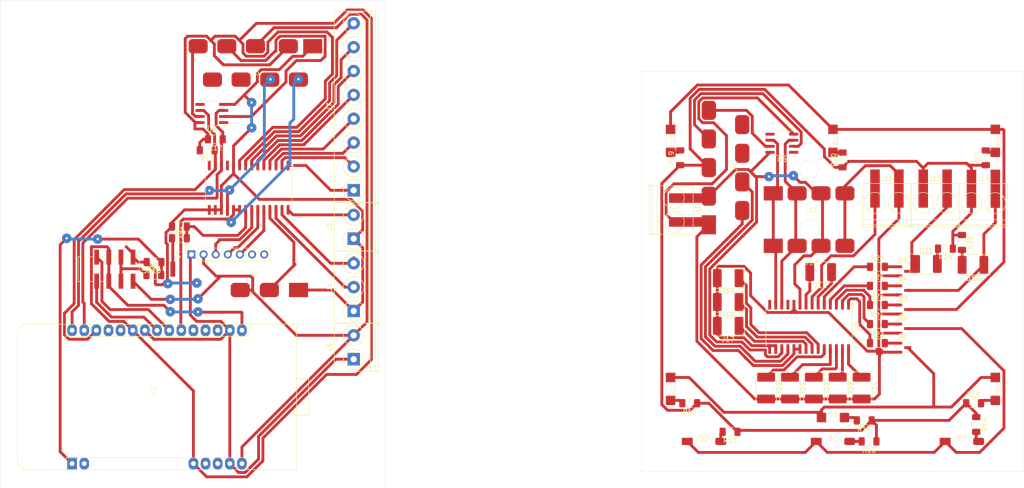
<source format=kicad_pcb>
(kicad_pcb (version 20240108) (generator "pcbnew") (generator_version "8.0")
  (layers (0 "F.Cu" signal) (31 "B.Cu" signal) (34 "B.Paste" user) (35 "F.Paste" user) (36 "B.SilkS" user "B.Silkscreen") (37 "F.SilkS" user "F.Silkscreen") (38 "B.Mask" user) (39 "F.Mask" user) (44 "Edge.Cuts" user))
  (net 0 "")
  (net 1 "+3.3V")
  (net 2 "Net-(D1-A)")
  (net 3 "LedChargeLight")
  (net 4 "GND")
  (net 5 "+5V")
  (net 6 "Net-(D2-A)")
  (net 7 "Net-(D3-A)")
  (net 8 "Net-(D4-A)")
  (net 9 "LedChargeHeavy")
  (net 10 "Net-(D5-A)")
  (net 11 "Net-(D6-A)")
  (net 12 "LedBtns")
  (net 13 "Net-(D7-A)")
  (net 14 "Net-(D8-A)")
  (net 15 "Net-(D9-A)")
  (net 16 "LedGate")
  (net 17 "Net-(D10-A)")
  (net 18 "Net-(J8-Pin_5)")
  (net 19 "LedLid")
  (net 20 "Net-(J11-Pin_2)")
  (net 21 "Net-(J11-Pin_1)")
  (net 22 "Net-(J8-Pin_4)")
  (net 23 "Net-(D11-A)")
  (net 24 "LidEndDown")
  (net 25 "LidEndUp")
  (net 26 "DoorBack")
  (net 29 "Net-(J6-Pin_4)")
  (net 30 "Net-(J6-Pin_5)")
  (net 31 "Net-(U7-B+)")
  (net 32 "Net-(J6-Pin_7)")
  (net 33 "Net-(J6-Pin_6)")
  (net 36 "Net-(J7-Pin_6)")
  (net 37 "Net-(J7-Pin_5)")
  (net 38 "Radio0")
  (net 39 "Net-(J7-Pin_7)")
  (net 40 "Net-(J7-Pin_2)")
  (net 41 "Radio1")
  (net 42 "Radio2")
  (net 43 "Net-(J7-Pin_4)")
  (net 44 "Net-(J7-Pin_1)")
  (net 45 "Net-(J7-Pin_3)")
  (net 46 "Net-(J7-Pin_8)")
  (net 47 "+3.3VA")
  (net 48 "+5VA")
  (net 50 "Net-(J8-Pin_7)")
  (net 51 "Net-(J8-Pin_6)")
  (net 53 "GND1")
  (net 54 "Net-(J13-Pin_1)")
  (net 55 "Net-(J13-Pin_2)")
  (net 56 "Net-(J16-Pin_1)")
  (net 57 "Net-(J17-Pin_1)")
  (net 58 "Net-(J18-Pin_1)")
  (net 59 "Net-(J19-Pin_1)")
  (net 60 "Net-(J20-Pin_1)")
  (net 61 "Net-(J21-Pin_1)")
  (net 62 "Net-(J22-Pin_1)")
  (net 63 "Net-(J23-Pin_1)")
  (net 64 "Net-(J24-Pin_1)")
  (net 65 "Net-(Q1-B)")
  (net 66 "Net-(Q2-B)")
  (net 67 "Net-(Q3-B)")
  (net 68 "Net-(Q4-B)")
  (net 69 "Net-(Q5-B)")
  (net 70 "24V-Detector")
  (net 71 "Current")
  (net 72 "Net-(U7-L_IS)")
  (net 73 "Net-(U6-GPB0)")
  (net 74 "Net-(U6-GPB1)")
  (net 75 "Net-(U6-GPB2)")
  (net 76 "Net-(U6-GPB3)")
  (net 77 "Net-(U6-GPB4)")
  (net 78 "Net-(U2-D1)")
  (net 81 "Net-(U2-D2)")
  (net 82 "D6")
  (net 87 "D5")
  (net 92 "Motion")
  (footprint "Resistor_SMD:R_1206_3216Metric_Pad1.30x1.75mm_HandSolder" (layer "F.Cu") (at 196.65 121.9 180)
    (property "Reference" "R15")
    (property "Value" "100")
  )
  (footprint "Diode_SMD:D_2114_3652Metric_Pad1.85x3.75mm_HandSolder" (layer "F.Cu") (at 204.2 112.725 -90)
    (property "Reference" "J20")
    (property "Value" "Conn_BtnUp")
  )
  (footprint "Diode_SMD:D_2114_3652Metric_Pad1.85x3.75mm_HandSolder" (layer "F.Cu") (at 196.25 89.675 180)
    (property "Reference" "J19")
    (property "Value" "Conn_BtnLid")
  )
  (footprint "Adebar_Library:LED SMD mit Loch" (layer "F.Cu") (at 218.2 60.9 -90)
    (property "Reference" "D8")
    (property "Value" "LED_Status1")
    (fp_rect (start -1.4 -1) (end 1.4 1) (stroke (width 0.05)) (fill none) (layer "Edge.Cuts"))
  )
  (footprint "Resistor_SMD:R_1206_3216Metric_Pad1.30x1.75mm_HandSolder" (layer "F.Cu") (at 247.65 115.9)
    (property "Reference" "R18")
    (property "Value" "100")
  )
  (footprint "Resistor_SMD:R_1206_3216Metric_Pad1.30x1.75mm_HandSolder" (layer "F.Cu") (at 227.5 103.3)
    (property "Reference" "R23")
    (property "Value" "2k2")
  )
  (footprint "Diode_SMD:D_2114_3652Metric_Pad1.85x3.75mm_HandSolder" (layer "F.Cu") (at 196.25 99.675 180)
    (property "Reference" "J17")
    (property "Value" "Conn_BtnLight")
  )
  (footprint "Adebar_Library:LED SMD mit Loch" (layer "F.Cu") (at 218.2 118.9)
    (property "Reference" "D5")
    (property "Value" "LED_Status1")
    (fp_rect (start -1.4 -1) (end 1.4 1) (stroke (width 0.05)) (fill none) (layer "Edge.Cuts"))
  )
  (footprint "Adebar_Library:TerminalBlock_Umgebogen-2x5mm" (layer "F.Cu") (at 227 73.9)
    (property "Reference" "J16")
    (property "Value" "Conn_DoorFront")
  )
  (footprint "Package_SO:SOIC-28W_7.5x17.9mm_P1.27mm" (layer "F.Cu") (at 95.85 70.715 -90)
    (property "Reference" "U4" (hide yes))
    (property "Value" "MCP23017_SO")
  )
  (footprint "Resistor_SMD:R_1206_3216Metric_Pad1.30x1.75mm_HandSolder" (layer "F.Cu") (at 81.335 81.315)
    (property "Reference" "R1")
    (property "Value" "75k")
  )
  (footprint "Diode_SMD:D_2114_3652Metric_Pad1.85x3.75mm_HandSolder" (layer "F.Cu") (at 219.2 112.725 -90)
    (property "Reference" "J23")
    (property "Value" "Conn_BtnLeft")
  )
  (footprint "TerminalBlock_Phoenix:TerminalBlock_Phoenix_PT-1,5-2-5.0-H_1x02_P5.00mm_Horizontal" (layer "F.Cu") (at 117.835 106.665 90)
    (property "Reference" "J5")
    (property "Value" "Conn_Voltage")
  )
  (footprint "Adebar_Library:TerminalBlock_Umgebogen-2x5mm" (layer "F.Cu") (at 184.8625 72.9 -90)
    (property "Reference" "J10")
    (property "Value" "Conn_Temp")
  )
  (footprint "Adebar_Library:TerminalBlock_Umgebogen-2x5mm" (layer "F.Cu") (at 247.2 73.9375)
    (property "Reference" "J14")
    (property "Value" "Conn_Gate")
  )
  (footprint "Package_TO_SOT_SMD:SOT-23" (layer "F.Cu") (at 232.8875 88.25)
    (property "Reference" "Q5")
    (property "Value" "MMBT3904")
  )
  (footprint "Resistor_SMD:R_1206_3216Metric_Pad1.30x1.75mm_HandSolder" (layer "F.Cu") (at 76.035 86.315 180)
    (property "Reference" "R10")
    (property "Value" "0")
  )
  (footprint "Resistor_SMD:R_1206_3216Metric_Pad1.30x1.75mm_HandSolder" (layer "F.Cu") (at 75.985 89.015)
    (property "Reference" "R9")
    (property "Value" "0")
  )
  (footprint "Package_SO:SOIC-8_3.9x4.9mm_P1.27mm" (layer "F.Cu") (at 88.137208 55.16 180)
    (property "Reference" "U3")
    (property "Value" "P82B715DR")
  )
  (footprint "Package_SO:SOIC-8_3.9x4.9mm_P1.27mm" (layer "F.Cu") (at 207.5 61.4 180)
    (property "Reference" "U5")
    (property "Value" "P82B715DR")
  )
  (footprint "Adebar_Library:LED SMD mit Loch" (layer "F.Cu") (at 252.2 60.9 -90)
    (property "Reference" "D9")
    (property "Value" "LED_Status1")
    (fp_rect (start -1.4 -1) (end 1.4 1) (stroke (width 0.05)) (fill none) (layer "Edge.Cuts"))
  )
  (footprint "Resistor_SMD:R_1206_3216Metric_Pad1.30x1.75mm_HandSolder" (layer "F.Cu") (at 186.2 64.45 90)
    (property "Reference" "R19")
    (property "Value" "100")
  )
  (footprint "Diode_SMD:D_2114_3652Metric_Pad1.85x3.75mm_HandSolder" (layer "F.Cu") (at 224.2 112.725 -90)
    (property "Reference" "J24")
    (property "Value" "Conn_BtnOkay")
  )
  (footprint "Package_TO_SOT_SMD:SOT-23" (layer "F.Cu") (at 232.8875 96.25)
    (property "Reference" "Q3")
    (property "Value" "MMBT3904")
  )
  (footprint "Resistor_SMD:R_1206_3216Metric_Pad1.30x1.75mm_HandSolder" (layer "F.Cu") (at 227.5 99.3)
    (property "Reference" "R24")
    (property "Value" "2k2")
  )
  (footprint "Adebar_Library:NodeMCU ESP8266 weniger Pins" (layer "F.Cu") (at 76.4772 113.4674 90)
    (property "Reference" "U2")
    (property "Value" "~")
  )
  (footprint "Package_TO_SOT_SMD:SOT-23" (layer "F.Cu") (at 232.8875 92.25)
    (property "Reference" "Q4")
    (property "Value" "MMBT3904")
  )
  (footprint "Adebar_Library:LED 3mm mit Loch" (layer "F.Cu") (at 191.2 123.9)
    (property "Reference" "D3")
    (property "Value" "LED_Status1")
    (fp_circle (center 0 0) (end 1.5 0) (stroke (width 0.05)) (fill none) (layer "Edge.Cuts"))
  )
  (footprint "Adebar_Library:D-Sub female" (layer "F.Cu") (at 97.262208 47.065)
    (property "Reference" "J6")
    (property "Value" "Conn_D-Sub-Backend")
  )
  (footprint "Resistor_SMD:R_1206_3216Metric_Pad1.30x1.75mm_HandSolder" (layer "F.Cu") (at 81.335 78.865 180)
    (property "Reference" "R2")
    (property "Value" "15k")
  )
  (footprint "Resistor_SMD:R_1206_3216Metric_Pad1.30x1.75mm_HandSolder" (layer "F.Cu") (at 241.75 83.5 180)
    (property "Reference" "R29")
    (property "Value" "100")
  )
  (footprint "Adebar_Library:4 SMD Pins" (layer "F.Cu") (at 213.7 86.9)
    (property "Reference" "J12")
    (property "Value" "OLED Unten")
  )
  (footprint "Diode_SMD:D_2114_3652Metric_Pad1.85x3.75mm_HandSolder" (layer "F.Cu") (at 215.625 88.4 180)
    (property "Reference" "J13")
    (property "Value" "Jumper")
  )
  (footprint "Adebar_Library:TerminalBlock_Umgebogen-2x5mm" (layer "F.Cu") (at 237.1 73.9)
    (property "Reference" "J15")
    (property "Value" "Conn_LedLid")
  )
  (footprint "Resistor_SMD:R_1206_3216Metric_Pad1.30x1.75mm_HandSolder" (layer "F.Cu") (at 188.2 115.9 180)
    (property "Reference" "R16")
    (property "Value" "100")
  )
  (footprint "Adebar_Library:D-Sub male" (layer "F.Cu") (at 198.2 66.5 90)
    (property "Reference" "J8")
    (property "Value" "Conn_D-Sub-Handheld")
  )
  (footprint "Resistor_SMD:R_1206_3216Metric_Pad1.30x1.75mm_HandSolder" (layer "F.Cu") (at 250.2 64.45 90)
    (property "Reference" "R21")
    (property "Value" "100")
  )
  (footprint "Resistor_SMD:R_1206_3216Metric_Pad1.30x1.75mm_HandSolder" (layer "F.Cu") (at 220.2 64.9 90)
    (property "Reference" "R20")
    (property "Value" "100")
  )
  (footprint "Connector_PinSocket_2.54mm:PinSocket_1x07_P2.54mm_Vertical" (layer "F.Cu") (at 83.865 84.715 90)
    (property "Reference" "J4")
    (property "Value" "Conn_Radio")
  )
  (footprint "TerminalBlock_Phoenix:TerminalBlock_Phoenix_PT-1,5-2-5.0-H_1x02_P5.00mm_Horizontal" (layer "F.Cu") (at 117.835 81.415 90)
    (property "Reference" "J2")
    (property "Value" "Conn_DoorBack")
  )
  (footprint "Package_TO_SOT_SMD:SOT-23" (layer "F.Cu") (at 232.9125 104.25)
    (property "Reference" "Q1")
    (property "Value" "MMBT3904")
  )
  (footprint "Adebar_Library:4 SMD Pins" (layer "F.Cu") (at 213.7 75.9)
    (property "Reference" "J11")
    (property "Value" "OLED Oben")
  )
  (footprint "Resistor_SMD:R_1206_3216Metric_Pad1.30x1.75mm_HandSolder" (layer "F.Cu") (at 227.5 95.3)
    (property "Reference" "R25")
    (property "Value" "2k2")
  )
  (footprint "Package_SO:SOIC-28W_7.5x17.9mm_P1.27mm" (layer "F.Cu") (at 213.2 99.9 -90)
    (property "Reference" "U6")
    (property "Value" "MCP23017_SO")
  )
  (footprint "Adebar_Library:LED SMD mit Loch" (layer "F.Cu") (at 252.2 112.9 -90)
    (property "Reference" "D6")
    (property "Value" "LED_Status1")
    (fp_rect (start -1.4 -1) (end 1.4 1) (stroke (width 0.05)) (fill none) (layer "Edge.Cuts"))
  )
  (footprint "TerminalBlock_Phoenix:TerminalBlock_Phoenix_PT-1,5-8-5.0-H_1x08_P5.00mm_Horizontal" (layer "F.Cu") (at 117.835 71.265 90)
    (property "Reference" "J7")
    (property "Value" "Conn_Relais")
  )
  (footprint "TerminalBlock_Phoenix:TerminalBlock_Phoenix_PT-1,5-3-5.0-H_1x03_P5.00mm_Horizontal" (layer "F.Cu") (at 117.835 96.565 90)
    (property "Reference" "J1")
    (property "Value" "Conn_LidEnd")
  )
  (footprint "Diode_SMD:D_2114_3652Metric_Pad1.85x3.75mm_HandSolder" (layer "F.Cu") (at 196.25 94.675 180)
    (property "Reference" "J18")
    (property "Value" "Conn_BtnGate")
  )
  (footprint "Adebar_Library:LED 3mm mit Loch" (layer "F.Cu") (at 218.2 123.9)
    (property "Reference" "D1")
    (property "Value" "LED_Status1")
    (fp_circle (center 0 0) (end 1.5 0) (stroke (width 0.05)) (fill none) (layer "Edge.Cuts"))
  )
  (footprint "Package_TO_SOT_SMD:SOT-23" (layer "F.Cu") (at 232.8875 100.25)
    (property "Reference" "Q2")
    (property "Value" "MMBT3904")
  )
  (footprint "Resistor_SMD:R_1206_3216Metric_Pad1.30x1.75mm_HandSolder" (layer "F.Cu") (at 227.5 87.3)
    (property "Reference" "R27")
    (property "Value" "2k2")
  )
  (footprint "Resistor_SMD:R_1206_3216Metric_Pad1.30x1.75mm_HandSolder" (layer "F.Cu") (at 88.862208 60.565 180)
    (property "Reference" "R12")
    (property "Value" "4k7")
  )
  (footprint "Diode_SMD:D_2114_3652Metric_Pad1.85x3.75mm_HandSolder" (layer "F.Cu") (at 209.2 112.725 -90)
    (property "Reference" "J21")
    (property "Value" "Conn_BtnRight")
  )
  (footprint "Adebar_Library:LED SMD mit Loch" (layer "F.Cu") (at 184.2 112.9 -90)
    (property "Reference" "D4")
    (property "Value" "LED_Status1")
    (fp_rect (start -1.4 -1) (end 1.4 1) (stroke (width 0.05)) (fill none) (layer "Edge.Cuts"))
  )
  (footprint "Adebar_Library:3 SMD Pins" (layer "F.Cu") (at 97.185 88.165 180)
    (property "Reference" "J3")
    (property "Value" "Conn_Motion")
  )
  (footprint "Adebar_Library:LED SMD mit Loch" (layer "F.Cu") (at 184.2 60.9 -90)
    (property "Reference" "D7")
    (property "Value" "LED_Status1")
    (fp_rect (start -1.4 -1) (end 1.4 1) (stroke (width 0.05)) (fill none) (layer "Edge.Cuts"))
  )
  (footprint "Diode_SMD:D_2114_3652Metric_Pad1.85x3.75mm_HandSolder" (layer "F.Cu") (at 247.525 86.9 180)
    (property "Reference" "D10")
    (property "Value" "LED_Status1")
  )
  (footprint "Resistor_SMD:R_1206_3216Metric_Pad1.30x1.75mm_HandSolder" (layer "F.Cu") (at 227.5 91.3)
    (property "Reference" "R26")
    (property "Value" "2k2")
  )
  (footprint "Resistor_SMD:R_1206_3216Metric_Pad1.30x1.75mm_HandSolder" (layer "F.Cu") (at 225.75 123.9 180)
    (property "Reference" "R13")
    (property "Value" "100")
  )
  (footprint "Adebar_Library:PinHeader_2x05_SMD Mit Pad 9" (layer "F.Cu") (at 66.555 87.79 -90)
    (property "Reference" "U7")
    (property "Value" "~")
  )
  (footprint "Resistor_SMD:R_1206_3216Metric_Pad1.30x1.75mm_HandSolder" (layer "F.Cu") (at 224.75 119.5 180)
    (property "Reference" "R17")
    (property "Value" "100")
  )
  (footprint "Adebar_Library:LED 3mm mit Loch" (layer "F.Cu") (at 245.2 123.9)
    (property "Reference" "D2")
    (property "Value" "LED_Status1")
    (fp_circle (center 0 0) (end 1.5 0) (stroke (width 0.05)) (fill none) (layer "Edge.Cuts"))
  )
  (footprint "Diode_SMD:D_2114_3652Metric_Pad1.85x3.75mm_HandSolder" (layer "F.Cu") (at 237.775 86.7)
    (property "Reference" "D11")
    (property "Value" "LED_Status1")
  )
  (footprint "Resistor_SMD:R_1206_3216Metric_Pad1.30x1.75mm_HandSolder" (layer "F.Cu") (at 245.2 82.2 -90)
    (property "Reference" "R28")
    (property "Value" "100")
  )
  (footprint "Diode_SMD:D_2114_3652Metric_Pad1.85x3.75mm_HandSolder" (layer "F.Cu") (at 214.2 112.725 -90)
    (property "Reference" "J22")
    (property "Value" "Conn_BtnDown")
  )
  (footprint "Resistor_SMD:R_1206_3216Metric_Pad1.30x1.75mm_HandSolder" (layer "F.Cu") (at 248.2 120.35 -90)
    (property "Reference" "R14")
    (property "Value" "100")
  )
  (footprint "Resistor_SMD:R_1206_3216Metric_Pad1.30x1.75mm_HandSolder" (layer "F.Cu") (at 87.162208 62.865 180)
    (property "Reference" "R11")
    (property "Value" "4k7")
  )
  (gr_rect (start 43.8 31.4) (end 124.4 133.7) (stroke (width 0.05)) (fill none) (layer "Edge.Cuts"))
  (gr_circle (center 213.2 66.9) (end 215.2 66.9) (stroke (width 0.05)) (fill none) (layer "Edge.Cuts"))
  (gr_circle (center 213.2 79.5) (end 215.2 79.5) (stroke (width 0.05)) (fill none) (layer "Edge.Cuts"))
  (gr_rect (start 178.2 46.3) (end 258.2 130.2) (stroke (width 0.05)) (fill none) (layer "Edge.Cuts"))
  (segment (start 84.584709 58.414709) (end 84.584709 56.965291) (width 0.6) (layer "F.Cu") (net 1))
  (segment (start 94.662208 40.5851) (end 93.902158 39.82505) (width 0.6) (layer "F.Cu") (net 1))
  (segment (start 93.945 65.020457) (end 100.900457 58.065) (width 0.6) (layer "F.Cu") (net 1))
  (segment (start 95.362208 43.165) (end 94.662208 42.465) (width 0.6) (layer "F.Cu") (net 1))
  (segment (start 111.898604 52.110228) (end 111.898604 48.378604) (width 0.6) (layer "F.Cu") (net 1))
  (segment (start 85.662208 57.065) (end 84.684417 57.065) (width 0.6) (layer "F.Cu") (net 1))
  (segment (start 112.180584 109.865) (end 118.435 109.865) (width 0.6) (layer "F.Cu") (net 1))
  (segment (start 119.807792 33.465) (end 116.485 33.465) (width 0.6) (layer "F.Cu") (net 1))
  (segment (start 113.685 36.265) (end 97.462208 36.265) (width 0.6) (layer "F.Cu") (net 1))
  (segment (start 62.915 83.09) (end 66.16 83.09) (width 0.6) (layer "F.Cu") (net 1))
  (segment (start 84.584709 56.965291) (end 84.473313 56.853895) (width 0.6) (layer "F.Cu") (net 1))
  (segment (start 66.615 98.745) (end 62.915 95.045) (width 0.6) (layer "F.Cu") (net 1))
  (segment (start 121.535 106.415) (end 121.535 35.192208) (width 0.6) (layer "F.Cu") (net 1))
  (segment (start 118.435 109.865) (end 121.535 106.765) (width 0.6) (layer "F.Cu") (net 1))
  (segment (start 70.53 95.365) (end 66.555 91.39) (width 0.6) (layer "F.Cu") (net 1))
  (segment (start 94.662208 42.465) (end 94.662208 40.5851) (width 0.6) (layer "F.Cu") (net 1))
  (segment (start 100.900457 58.065) (end 105.943832 58.065) (width 0.6) (layer "F.Cu") (net 1))
  (segment (start 66.555 83.485) (end 66.555 85.265) (width 0.6) (layer "F.Cu") (net 1))
  (segment (start 84.275 113.315) (end 71.575 100.615) (width 0.6) (layer "F.Cu") (net 1))
  (segment (start 99.862208 40.212308) (end 99.862208 42.3449) (width 0.6) (layer "F.Cu") (net 1))
  (segment (start 86.612208 60.565) (end 86.312208 60.565) (width 0.6) (layer "F.Cu") (net 1))
  (segment (start 87.312208 59.442208) (end 86.285 58.415) (width 0.6) (layer "F.Cu") (net 1))
  (segment (start 112.235 38.065) (end 102.009516 38.065) (width 0.6) (layer "F.Cu") (net 1))
  (segment (start 93.902158 39.82505) (end 93.042108 38.965) (width 0.6) (layer "F.Cu") (net 1))
  (segment (start 98.821396 123.224188) (end 112.180584 109.865) (width 0.6) (layer "F.Cu") (net 1))
  (segment (start 87.312208 60.565) (end 86.612208 60.565) (width 0.6) (layer "F.Cu") (net 1))
  (segment (start 105.943832 58.065) (end 111.898604 52.110228) (width 0.6) (layer "F.Cu") (net 1))
  (segment (start 86.285 58.415) (end 84.585 58.415) (width 0.6) (layer "F.Cu") (net 1))
  (segment (start 84.275 128.555) (end 87.045 131.325) (width 0.6) (layer "F.Cu") (net 1))
  (segment (start 66.16 83.09) (end 66.555 83.485) (width 0.6) (layer "F.Cu") (net 1))
  (segment (start 87.045 131.325) (end 95.470534 131.325) (width 0.6) (layer "F.Cu") (net 1))
  (segment (start 78.085 95.365) (end 70.53 95.365) (width 0.6) (layer "F.Cu") (net 1))
  (segment (start 94.435 96.935) (end 94.435 100.615) (width 0.6) (layer "F.Cu") (net 1))
  (segment (start 90.312208 44.715) (end 90.462208 44.865) (width 0.6) (layer "F.Cu") (net 1))
  (segment (start 113.385 39.215) (end 112.235 38.065) (width 0.6) (layer "F.Cu") (net 1))
  (segment (start 116.485 33.465) (end 113.685 36.265) (width 0.6) (layer "F.Cu") (net 1))
  (segment (start 102.009516 38.065) (end 99.862208 40.212308) (width 0.6) (layer "F.Cu") (net 1))
  (segment (start 66.555 91.39) (end 66.555 90.315) (width 0.6) (layer "F.Cu") (net 1))
  (segment (start 86.312208 60.565) (end 85.612208 61.265) (width 0.6) (layer "F.Cu") (net 1))
  (segment (start 82.562208 39.465) (end 83.062208 38.965) (width 0.6) (layer "F.Cu") (net 1))
  (segment (start 79.435 96.715) (end 78.085 95.365) (width 0.6) (layer "F.Cu") (net 1))
  (segment (start 87.927158 39.85005) (end 88.662208 40.5851) (width 0.6) (layer "F.Cu") (net 1))
  (segment (start 84.275 128.555) (end 84.275 113.315) (width 0.6) (layer "F.Cu") (net 1))
  (segment (start 97.462208 36.265) (end 93.902158 39.82505) (width 0.6) (layer "F.Cu") (net 1))
  (segment (start 99.042108 43.165) (end 95.362208 43.165) (width 0.6) (layer "F.Cu") (net 1))
  (segment (start 82.562208 54.942791) (end 82.562208 39.465) (width 0.6) (layer "F.Cu") (net 1))
  (segment (start 90.312208 44.715) (end 88.662208 43.065) (width 0.6) (layer "F.Cu") (net 1))
  (segment (start 84.585 58.415) (end 84.584709 58.414709) (width 0.6) (layer "F.Cu") (net 1))
  (segment (start 66.555 85.265) (end 66.555 90.315) (width 0.6) (layer "F.Cu") (net 1))
  (segment (start 99.862208 42.3449) (end 99.042108 43.165) (width 0.6) (layer "F.Cu") (net 1))
  (segment (start 87.312208 60.565) (end 87.312208 59.442208) (width 0.6) (layer "F.Cu") (net 1))
  (segment (start 62.915 95.045) (end 62.915 83.09) (width 0.6) (layer "F.Cu") (net 1))
  (segment (start 88.812208 38.965) (end 87.927158 39.85005) (width 0.6) (layer "F.Cu") (net 1))
  (segment (start 111.898604 48.378604) (end 113.385 46.892208) (width 0.6) (layer "F.Cu") (net 1))
  (segment (start 85.235 96.765) (end 85.285 96.815) (width 0.6) (layer "F.Cu") (net 1))
  (segment (start 83.062208 38.965) (end 87.042108 38.965) (width 0.6) (layer "F.Cu") (net 1))
  (segment (start 121.535 35.192208) (end 119.807792 33.465) (width 0.6) (layer "F.Cu") (net 1))
  (segment (start 93.945 66.065) (end 93.945 65.020457) (width 0.6) (layer "F.Cu") (net 1))
  (segment (start 87.042108 38.965) (end 87.927158 39.85005) (width 0.6) (layer "F.Cu") (net 1))
  (segment (start 88.662208 40.5851) (end 88.662208 43.065) (width 0.6) (layer "F.Cu") (net 1))
  (segment (start 90.562208 44.965) (end 100.262208 44.965) (width 0.6) (layer "F.Cu") (net 1))
  (segment (start 84.684417 57.065) (end 84.584709 56.965291) (width 0.6) (layer "F.Cu") (net 1))
  (segment (start 93.042108 38.965) (end 88.812208 38.965) (width 0.6) (layer "F.Cu") (net 1))
  (segment (start 85.285 96.815) (end 94.315 96.815) (width 0.6) (layer "F.Cu") (net 1))
  (segment (start 85.612208 61.265) (end 85.612208 62.865) (width 0.6) (layer "F.Cu") (net 1))
  (segment (start 88.662208 43.065) (end 90.562208 44.965) (width 0.6) (layer "F.Cu") (net 1))
  (segment (start 100.262208 44.965) (end 104.162208 41.065) (width 0.6) (layer "F.Cu") (net 1))
  (segment (start 69.705 98.745) (end 66.615 98.745) (width 0.6) (layer "F.Cu") (net 1))
  (segment (start 121.535 106.765) (end 121.535 106.415) (width 0.6) (layer "F.Cu") (net 1))
  (segment (start 113.385 46.892208) (end 113.385 39.215) (width 0.6) (layer "F.Cu") (net 1))
  (segment (start 71.575 100.615) (end 69.705 98.745) (width 0.6) (layer "F.Cu") (net 1))
  (segment (start 98.821396 127.974138) (end 98.821396 123.224188) (width 0.6) (layer "F.Cu") (net 1))
  (segment (start 94.315 96.815) (end 94.435 96.935) (width 0.6) (layer "F.Cu") (net 1))
  (segment (start 95.470534 131.325) (end 98.821396 127.974138) (width 0.6) (layer "F.Cu") (net 1))
  (segment (start 84.473313 56.853895) (end 82.562208 54.942791) (width 0.6) (layer "F.Cu") (net 1))
  (via (at 79.435 96.715) (size 2) (drill 0.5) (layers "F.Cu" "B.Cu") (net 1))
  (via (at 85.235 96.765) (size 2) (drill 0.5) (layers "F.Cu" "B.Cu") (net 1))
  (segment (start 79.485 96.765) (end 79.435 96.715) (width 0.6) (layer "B.Cu") (net 1))
  (segment (start 85.235 96.765) (end 79.485 96.765) (width 0.6) (layer "B.Cu") (net 1))
  (segment (start 221.7 123.9) (end 224.2 123.9) (width 0.6) (layer "F.Cu") (net 2))
  (segment (start 244.01033 126.21033) (end 241.7 123.9) (width 0.6) (layer "F.Cu") (net 3))
  (segment (start 239.397772 126.202228) (end 217.002228 126.202228) (width 0.6) (layer "F.Cu") (net 3))
  (segment (start 233.825 100.25) (end 245.15 100.25) (width 0.6) (layer "F.Cu") (net 3))
  (segment (start 217.002228 126.202228) (end 214.7 123.9) (width 0.6) (layer "F.Cu") (net 3))
  (segment (start 190.01033 126.21033) (end 187.7 123.9) (width 0.6) (layer "F.Cu") (net 3))
  (segment (start 241.7 123.9) (end 239.397772 126.202228) (width 0.6) (layer "F.Cu") (net 3))
  (segment (start 254 121.130344) (end 248.920014 126.21033) (width 0.6) (layer "F.Cu") (net 3))
  (segment (start 245.15 100.25) (end 254 109.1) (width 0.6) (layer "F.Cu") (net 3))
  (segment (start 248.920014 126.21033) (end 244.01033 126.21033) (width 0.6) (layer "F.Cu") (net 3))
  (segment (start 254 109.1) (end 254 121.130344) (width 0.6) (layer "F.Cu") (net 3))
  (segment (start 214.7 123.9) (end 212.38967 126.21033) (width 0.6) (layer "F.Cu") (net 3))
  (segment (start 212.38967 126.21033) (end 190.01033 126.21033) (width 0.6) (layer "F.Cu") (net 3))
  (segment (start 90.135 75.365) (end 90.135 70.315) (width 0.6) (layer "F.Cu") (net 4))
  (segment (start 102.262208 45.965) (end 105.062208 43.165) (width 0.6) (layer "F.Cu") (net 4))
  (segment (start 70.195 83.09) (end 71.635 84.53) (width 0.6) (layer "F.Cu") (net 4))
  (segment (start 78.535 82.29901) (end 78.535 80.115) (width 0.6) (layer "F.Cu") (net 4))
  (segment (start 97.662208 48.5449) (end 97.662208 46.7851) (width 0.6) (layer "F.Cu") (net 4))
  (segment (start 97.921396 127.601346) (end 95.097742 130.425) (width 0.6) (layer "F.Cu") (net 4))
  (segment (start 90.135 70.315) (end 92.675 67.775) (width 0.6) (layer "F.Cu") (net 4))
  (segment (start 83.635 90.6) (end 83.635 97.427742) (width 0.6) (layer "F.Cu") (net 4))
  (segment (start 91.895 100.615) (end 90.025 102.485) (width 0.6) (layer "F.Cu") (net 4))
  (segment (start 109.262208 41.065) (end 107.162208 43.165) (width 0.6) (layer "F.Cu") (net 4))
  (segment (start 83.635 97.427742) (end 84.952258 98.745) (width 0.6) (layer "F.Cu") (net 4))
  (segment (start 97.921396 122.851396) (end 97.921396 127.601346) (width 0.6) (layer "F.Cu") (net 4))
  (segment (start 98.482308 45.965) (end 102.262208 45.965) (width 0.6) (layer "F.Cu") (net 4))
  (segment (start 113.435 92.165) (end 117.835 96.565) (width 0.6) (layer "F.Cu") (net 4))
  (segment (start 76.285 90.865) (end 76.485 91.065) (width 0.6) (layer "F.Cu") (net 4))
  (segment (start 98.065 73.165) (end 92.675 67.775) (width 0.6) (layer "F.Cu") (net 4))
  (segment (start 92.675 61.952208) (end 96.462208 58.165) (width 0.6) (layer "F.Cu") (net 4))
  (segment (start 117.835 106.665) (end 114.107792 106.665) (width 0.6) (layer "F.Cu") (net 4))
  (segment (start 77.71901 91.065) (end 78.835 89.94901) (width 0.6) (layer "F.Cu") (net 4))
  (segment (start 117.835 81.415) (end 119.735 79.515) (width 0.6) (layer "F.Cu") (net 4))
  (segment (start 78.835 82.59901) (end 78.535 82.29901) (width 0.6) (layer "F.Cu") (net 4))
  (segment (start 117.835 96.565) (end 119.735 94.665) (width 0.6) (layer "F.Cu") (net 4))
  (segment (start 78.535 80.115) (end 79.785 78.865) (width 0.6) (layer "F.Cu") (net 4))
  (segment (start 74.485 86.315) (end 76.285 88.115) (width 0.6) (layer "F.Cu") (net 4))
  (segment (start 119.735 94.665) (end 119.735 83.315) (width 0.6) (layer "F.Cu") (net 4))
  (segment (start 84.9 90.6) (end 85 90.7) (width 0.6) (layer "F.Cu") (net 4))
  (segment (start 90.612208 53.255) (end 92.952108 53.255) (width 0.6) (layer "F.Cu") (net 4))
  (segment (start 92.675 66.065) (end 92.675 61.952208) (width 0.6) (layer "F.Cu") (net 4))
  (segment (start 83.865 84.715) (end 83.635 84.945) (width 0.6) (layer "F.Cu") (net 4))
  (segment (start 92.675 67.775) (end 92.675 66.065) (width 0.6) (layer "F.Cu") (net 4))
  (segment (start 87.595 75.365) (end 82.41 75.365) (width 0.6) (layer "F.Cu") (net 4))
  (segment (start 79.785 77.99) (end 79.785 78.865) (width 0.6) (layer "F.Cu") (net 4))
  (segment (start 71.635 84.53) (end 71.635 85.265) (width 0.6) (layer "F.Cu") (net 4))
  (segment (start 119.735 83.315) (end 117.835 81.415) (width 0.6) (layer "F.Cu") (net 4))
  (segment (start 78.835 89.94901) (end 78.835 82.59901) (width 0.6) (layer "F.Cu") (net 4))
  (segment (start 105.185 92.165) (end 113.435 92.165) (width 0.6) (layer "F.Cu") (net 4))
  (segment (start 90.135 75.365) (end 87.595 75.365) (width 0.6) (layer "F.Cu") (net 4))
  (segment (start 72.685 86.315) (end 71.635 85.265) (width 0.6) (layer "F.Cu") (net 4))
  (segment (start 97.662208 48.5449) (end 94.902158 51.30495) (width 0.6) (layer "F.Cu") (net 4))
  (segment (start 90.025 102.485) (end 75.985 102.485) (width 0.6) (layer "F.Cu") (net 4))
  (segment (start 107.162208 43.165) (end 105.062208 43.165) (width 0.6) (layer "F.Cu") (net 4))
  (segment (start 76.285 88.115) (end 76.285 90.865) (width 0.6) (layer "F.Cu") (net 4))
  (segment (start 96.462208 52.865) (end 94.902158 51.30495) (width 0.6) (layer "F.Cu") (net 4))
  (segment (start 92.952108 53.255) (end 94.902158 51.30495) (width 0.6) (layer "F.Cu") (net 4))
  (segment (start 84.952258 98.745) (end 90.025 98.745) (width 0.6) (layer "F.Cu") (net 4))
  (segment (start 114.107792 106.665) (end 97.921396 122.851396) (width 0.6) (layer "F.Cu") (net 4))
  (segment (start 75.985 102.485) (end 74.115 100.615) (width 0.6) (layer "F.Cu") (net 4))
  (segment (start 76.485 91.065) (end 77.71901 91.065) (width 0.6) (layer "F.Cu") (net 4))
  (segment (start 119.735 75.627994) (end 117.272006 73.165) (width 0.6) (layer "F.Cu") (net 4))
  (segment (start 117.272006 73.165) (end 98.065 73.165) (width 0.6) (layer "F.Cu") (net 4))
  (segment (start 74.485 86.315) (end 72.685 86.315) (width 0.6) (layer "F.Cu") (net 4))
  (segment (start 82.41 75.365) (end 79.785 77.99) (width 0.6) (layer "F.Cu") (net 4))
  (segment (start 119.735 79.515) (end 119.735 75.627994) (width 0.6) (layer "F.Cu") (net 4))
  (segment (start 83.635 84.945) (end 83.635 90.6) (width 0.6) (layer "F.Cu") (net 4))
  (segment (start 97.662208 46.7851) (end 98.482308 45.965) (width 0.6) (layer "F.Cu") (net 4))
  (segment (start 91.895 128.555) (end 91.895 100.615) (width 0.6) (layer "F.Cu") (net 4))
  (segment (start 91.895 128.555) (end 93.765 130.425) (width 0.6) (layer "F.Cu") (net 4))
  (segment (start 93.765 130.425) (end 95.097742 130.425) (width 0.6) (layer "F.Cu") (net 4))
  (segment (start 90.025 98.745) (end 91.895 100.615) (width 0.6) (layer "F.Cu") (net 4))
  (segment (start 83.635 90.6) (end 84.9 90.6) (width 0.6) (layer "F.Cu") (net 4))
  (via (at 78.927285 90.835418) (size 2) (drill 0.5) (layers "F.Cu" "B.Cu") (net 4))
  (via (at 96.462208 58.165) (size 2) (drill 0.5) (layers "F.Cu" "B.Cu") (net 4))
  (via (at 85 90.7) (size 2) (drill 0.5) (layers "F.Cu" "B.Cu") (net 4))
  (via (at 96.462208 52.865) (size 2) (drill 0.5) (layers "F.Cu" "B.Cu") (net 4))
  (segment (start 96.462208 58.165) (end 96.462208 52.865) (width 0.6) (layer "B.Cu") (net 4))
  (segment (start 79.062703 90.7) (end 78.927285 90.835418) (width 0.6) (layer "B.Cu") (net 4))
  (segment (start 85 90.7) (end 79.062703 90.7) (width 0.6) (layer "B.Cu") (net 4))
  (segment (start 101.162208 37.165) (end 97.262208 41.065) (width 0.6) (layer "F.Cu") (net 5))
  (segment (start 114.516497 36.896497) (end 114.185 37.227994) (width 0.6) (layer "F.Cu") (net 5))
  (segment (start 119.435 34.365) (end 117.047994 34.365) (width 0.6) (layer "F.Cu") (net 5))
  (segment (start 75.435 94.115) (end 79.435 94.115) (width 0.6) (layer "F.Cu") (net 5))
  (segment (start 96.275 89.255) (end 89.995 89.255) (width 0.6) (layer "F.Cu") (net 5))
  (segment (start 71.635 90.315) (end 75.435 94.115) (width 0.6) (layer "F.Cu") (net 5))
  (segment (start 105.8051 101.665) (end 96.685 92.5449) (width 0.6) (layer "F.Cu") (net 5))
  (segment (start 120.635 98.865) (end 117.835 101.665) (width 0.6) (layer "F.Cu") (net 5))
  (segment (start 94.435 125.065) (end 94.435 128.555) (width 0.6) (layer "F.Cu") (net 5))
  (segment (start 94.085 92.165) (end 96.55 92.165) (width 0.6) (layer "F.Cu") (net 5))
  (segment (start 89.995 89.255) (end 89.025 89.255) (width 0.6) (layer "F.Cu") (net 5))
  (segment (start 85.235 94.015) (end 89.995 89.255) (width 0.6) (layer "F.Cu") (net 5))
  (segment (start 86.405 86.635) (end 86.405 84.715) (width 0.6) (layer "F.Cu") (net 5))
  (segment (start 94.435 92.515) (end 94.085 92.165) (width 0.6) (layer "F.Cu") (net 5))
  (segment (start 120.635 35.565) (end 119.435 34.365) (width 0.6) (layer "F.Cu") (net 5))
  (segment (start 89.025 89.255) (end 86.405 86.635) (width 0.6) (layer "F.Cu") (net 5))
  (segment (start 120.635 35.565) (end 120.635 98.865) (width 0.6) (layer "F.Cu") (net 5))
  (segment (start 96.55 92.165) (end 96.685 92.3) (width 0.6) (layer "F.Cu") (net 5))
  (segment (start 117.835 101.665) (end 94.435 125.065) (width 0.6) (layer "F.Cu") (net 5))
  (segment (start 114.247994 37.165) (end 101.162208 37.165) (width 0.6) (layer "F.Cu") (net 5))
  (segment (start 96.685 92.5449) (end 96.685 92.3) (width 0.6) (layer "F.Cu") (net 5))
  (segment (start 117.047994 34.365) (end 114.516497 36.896497) (width 0.6) (layer "F.Cu") (net 5))
  (segment (start 114.516497 36.896497) (end 114.247994 37.165) (width 0.6) (layer "F.Cu") (net 5))
  (segment (start 96.685 89.665) (end 96.275 89.255) (width 0.6) (layer "F.Cu") (net 5))
  (segment (start 117.835 101.665) (end 105.8051 101.665) (width 0.6) (layer "F.Cu") (net 5))
  (segment (start 96.685 92.3) (end 96.685 89.665) (width 0.6) (layer "F.Cu") (net 5))
  (via (at 79.435 94.115) (size 2) (drill 0.5) (layers "F.Cu" "B.Cu") (net 5))
  (via (at 85.235 94.015) (size 2) (drill 0.5) (layers "F.Cu" "B.Cu") (net 5))
  (segment (start 85.135 94.115) (end 85.235 94.015) (width 0.6) (layer "B.Cu") (net 5))
  (segment (start 79.435 94.115) (end 85.135 94.115) (width 0.6) (layer "B.Cu") (net 5))
  (segment (start 248.2 123.4) (end 248.7 123.9) (width 0.6) (layer "F.Cu") (net 6))
  (segment (start 248.2 121.9) (end 248.2 123.4) (width 0.6) (layer "F.Cu") (net 6))
  (segment (start 194.7 122.3) (end 195.1 121.9) (width 0.6) (layer "F.Cu") (net 7))
  (segment (start 194.7 123.9) (end 194.7 122.3) (width 0.6) (layer "F.Cu") (net 7))
  (segment (start 184.2 115.3) (end 186.05 115.3) (width 0.6) (layer "F.Cu") (net 8))
  (segment (start 186.05 115.3) (end 186.65 115.9) (width 0.6) (layer "F.Cu") (net 8))
  (segment (start 215.8 117.8) (end 195.372792 117.8) (width 0.6) (layer "F.Cu") (net 9))
  (segment (start 243 116.7) (end 249.2 110.5) (width 0.6) (layer "F.Cu") (net 9))
  (segment (start 239.3 109.7) (end 239.3 116.7) (width 0.6) (layer "F.Cu") (net 9))
  (segment (start 215.8 117.8) (end 215.8 117.3) (width 0.6) (layer "F.Cu") (net 9))
  (segment (start 249.2 110.5) (end 252.2 110.5) (width 0.6) (layer "F.Cu") (net 9))
  (segment (start 188.072792 110.5) (end 184.2 110.5) (width 0.6) (layer "F.Cu") (net 9))
  (segment (start 216.4 116.7) (end 239.3 116.7) (width 0.6) (layer "F.Cu") (net 9))
  (segment (start 233.85 104.25) (end 239.3 109.7) (width 0.6) (layer "F.Cu") (net 9))
  (segment (start 239.3 116.7) (end 243 116.7) (width 0.6) (layer "F.Cu") (net 9))
  (segment (start 215.8 118.9) (end 215.8 117.8) (width 0.6) (layer "F.Cu") (net 9))
  (segment (start 215.8 117.3) (end 216.4 116.7) (width 0.6) (layer "F.Cu") (net 9))
  (segment (start 195.372792 117.8) (end 188.072792 110.5) (width 0.6) (layer "F.Cu") (net 9))
  (segment (start 222.6 118.9) (end 223.2 119.5) (width 0.6) (layer "F.Cu") (net 10))
  (segment (start 220.6 118.9) (end 222.6 118.9) (width 0.6) (layer "F.Cu") (net 10))
  (segment (start 252.2 115.3) (end 249.8 115.3) (width 0.6) (layer "F.Cu") (net 11))
  (segment (start 249.8 115.3) (end 249.2 115.9) (width 0.6) (layer "F.Cu") (net 11))
  (segment (start 252.2 58.5) (end 253.8 58.5) (width 0.6) (layer "F.Cu") (net 12))
  (segment (start 218.2 58.5) (end 208.9 49.2) (width 0.6) (layer "F.Cu") (net 12))
  (segment (start 184.2 54.801724) (end 184.2 56.3) (width 0.6) (layer "F.Cu") (net 12))
  (segment (start 253.8 58.5) (end 254 58.7) (width 0.6) (layer "F.Cu") (net 12))
  (segment (start 254 86.3) (end 244.05 96.25) (width 0.6) (layer "F.Cu") (net 12))
  (segment (start 189.801724 49.2) (end 184.2 54.801724) (width 0.6) (layer "F.Cu") (net 12))
  (segment (start 184.2 58.5) (end 184.2 56.074516) (width 0.6) (layer "F.Cu") (net 12))
  (segment (start 254 58.7) (end 254 86.3) (width 0.6) (layer "F.Cu") (net 12))
  (segment (start 208.9 49.2) (end 189.801724 49.2) (width 0.6) (layer "F.Cu") (net 12))
  (segment (start 244.05 96.25) (end 233.825 96.25) (width 0.6) (layer "F.Cu") (net 12))
  (segment (start 218.2 58.5) (end 252.2 58.5) (width 0.6) (layer "F.Cu") (net 12))
  (segment (start 185.8 63.3) (end 184.2 63.3) (width 0.6) (layer "F.Cu") (net 13))
  (segment (start 186.2 62.9) (end 185.8 63.3) (width 0.6) (layer "F.Cu") (net 13))
  (segment (start 220.15 63.3) (end 220.2 63.35) (width 0.6) (layer "F.Cu") (net 14))
  (segment (start 218.2 63.3) (end 220.15 63.3) (width 0.6) (layer "F.Cu") (net 14))
  (segment (start 250.6 63.3) (end 252.2 63.3) (width 0.6) (layer "F.Cu") (net 15))
  (segment (start 250.2 62.9) (end 250.6 63.3) (width 0.6) (layer "F.Cu") (net 15))
  (segment (start 244.45 92.25) (end 233.825 92.25) (width 0.6) (layer "F.Cu") (net 16))
  (segment (start 252.2 78.05901) (end 252.2 70.9375) (width 0.6) (layer "F.Cu") (net 16))
  (segment (start 249.8 86.9) (end 249.8 80.45901) (width 0.6) (layer "F.Cu") (net 16))
  (segment (start 249.8 80.45901) (end 252.2 78.05901) (width 0.6) (layer "F.Cu") (net 16))
  (segment (start 249.8 86.9) (end 244.45 92.25) (width 0.6) (layer "F.Cu") (net 16))
  (segment (start 245.25 86.9) (end 245.25 83.8) (width 0.6) (layer "F.Cu") (net 17))
  (segment (start 245.25 83.8) (end 245.2 83.75) (width 0.6) (layer "F.Cu") (net 17))
  (segment (start 205.025 62.035) (end 204.050001 62.035) (width 0.6) (layer "F.Cu") (net 18))
  (segment (start 201.3 55.7201) (end 200.0799 54.5) (width 0.6) (layer "F.Cu") (net 18))
  (segment (start 201.3 59.284999) (end 201.3 55.7201) (width 0.6) (layer "F.Cu") (net 18))
  (segment (start 200.0799 54.5) (end 192.2 54.5) (width 0.6) (layer "F.Cu") (net 18))
  (segment (start 204.050001 62.035) (end 201.3 59.284999) (width 0.6) (layer "F.Cu") (net 18))
  (segment (start 242.1 70.9) (end 242.1 74.8) (width 0.6) (layer "F.Cu") (net 19))
  (segment (start 234.7 82.2) (end 234.7 86.6) (width 0.6) (layer "F.Cu") (net 19))
  (segment (start 234.7 88.2) (end 234.65 88.25) (width 0.6) (layer "F.Cu") (net 19))
  (segment (start 235.5 86.7) (end 234.8 86.7) (width 0.6) (layer "F.Cu") (net 19))
  (segment (start 234.8 86.7) (end 234.7 86.6) (width 0.6) (layer "F.Cu") (net 19))
  (segment (start 234.65 88.25) (end 233.825 88.25) (width 0.6) (layer "F.Cu") (net 19))
  (segment (start 242.1 74.8) (end 234.7 82.2) (width 0.6) (layer "F.Cu") (net 19))
  (segment (start 234.7 86.6) (end 234.7 88.2) (width 0.6) (layer "F.Cu") (net 19))
  (segment (start 207.485 86.115) (end 210.7 82.9) (width 0.6) (layer "F.Cu") (net 20))
  (segment (start 207.485 95.25) (end 207.485 86.115) (width 0.6) (layer "F.Cu") (net 20))
  (segment (start 209.000001 60.765) (end 208.2 61.565001) (width 0.6) (layer "F.Cu") (net 20))
  (segment (start 210.397548 82.597548) (end 210.397548 72.202452) (width 0.6) (layer "F.Cu") (net 20))
  (segment (start 209.975 60.765) (end 209.000001 60.765) (width 0.6) (layer "F.Cu") (net 20))
  (segment (start 210.397548 72.202452) (end 210.7 71.9) (width 0.6) (layer "F.Cu") (net 20))
  (segment (start 208.2 61.565001) (end 208.2 69.4) (width 0.6) (layer "F.Cu") (net 20))
  (segment (start 208.2 69.4) (end 210.7 71.9) (width 0.6) (layer "F.Cu") (net 20))
  (segment (start 210.7 82.9) (end 210.397548 82.597548) (width 0.6) (layer "F.Cu") (net 20))
  (segment (start 206.6 71) (end 206.6 61.570184) (width 0.6) (layer "F.Cu") (net 21))
  (segment (start 206.6 61.570184) (end 205.794816 60.765) (width 0.6) (layer "F.Cu") (net 21))
  (segment (start 205.7 71.9) (end 205.7 82.9) (width 0.6) (layer "F.Cu") (net 21))
  (segment (start 205.7 71.9) (end 206.6 71) (width 0.6) (layer "F.Cu") (net 21))
  (segment (start 206.215 83.415) (end 206.215 95.25) (width 0.6) (layer "F.Cu") (net 21))
  (segment (start 205.794816 60.765) (end 205.025 60.765) (width 0.6) (layer "F.Cu") (net 21))
  (segment (start 205.7 82.9) (end 206.215 83.415) (width 0.6) (layer "F.Cu") (net 21))
  (segment (start 189.2 52.347308) (end 189.2 57.5) (width 0.6) (layer "F.Cu") (net 22))
  (segment (start 209.975 62.035) (end 210.949999 62.035) (width 0.6) (layer "F.Cu") (net 22))
  (segment (start 210.949999 62.035) (end 211.55 61.434999) (width 0.6) (layer "F.Cu") (net 22))
  (segment (start 211.55 61.434999) (end 211.55 59.030184) (width 0.6) (layer "F.Cu") (net 22))
  (segment (start 211.55 59.030184) (end 203.519816 51) (width 0.6) (layer "F.Cu") (net 22))
  (segment (start 189.2 57.5) (end 192.2 60.5) (width 0.6) (layer "F.Cu") (net 22))
  (segment (start 190.547308 51) (end 189.2 52.347308) (width 0.6) (layer "F.Cu") (net 22))
  (segment (start 203.519816 51) (end 190.547308 51) (width 0.6) (layer "F.Cu") (net 22))
  (segment (start 240.05 83.65) (end 240.2 83.5) (width 0.6) (layer "F.Cu") (net 23))
  (segment (start 240.05 86.7) (end 240.05 83.65) (width 0.6) (layer "F.Cu") (net 23))
  (segment (start 102.835 75.365) (end 102.835 76.389999) (width 0.6) (layer "F.Cu") (net 24))
  (segment (start 102.835 76.389999) (end 113.010001 86.565) (width 0.6) (layer "F.Cu") (net 24))
  (segment (start 117.835 86.565) (end 117.835 85.392208) (width 0.6) (layer "F.Cu") (net 24))
  (segment (start 113.010001 86.565) (end 117.835 86.565) (width 0.6) (layer "F.Cu") (net 24))
  (segment (start 101.565 77.133477) (end 101.565 75.365) (width 0.6) (layer "F.Cu") (net 25))
  (segment (start 115.996523 91.565) (end 101.565 77.133477) (width 0.6) (layer "F.Cu") (net 25))
  (segment (start 117.835 91.565) (end 115.996523 91.565) (width 0.6) (layer "F.Cu") (net 25))
  (segment (start 104.105 75.365) (end 105.155 76.415) (width 0.6) (layer "F.Cu") (net 26))
  (segment (start 105.155 76.415) (end 117.835 76.415) (width 0.6) (layer "F.Cu") (net 26))
  (segment (start 101.562208 42.115) (end 101.3649 42.115) (width 0.6) (layer "F.Cu") (net 29))
  (segment (start 96.412108 55.795) (end 103.662208 48.5449) (width 0.6) (layer "F.Cu") (net 29))
  (segment (start 102.382308 38.965) (end 101.562208 39.7851) (width 0.6) (layer "F.Cu") (net 29))
  (segment (start 99.4149 44.065) (end 94.262208 44.065) (width 0.6) (layer "F.Cu") (net 29))
  (segment (start 103.662208 48.5449) (end 103.662208 46.265) (width 0.6) (layer "F.Cu") (net 29))
  (segment (start 101.562208 39.7851) (end 101.562208 42.115) (width 0.6) (layer "F.Cu") (net 29))
  (segment (start 105.862208 44.065) (end 110.962208 44.065) (width 0.6) (layer "F.Cu") (net 29))
  (segment (start 103.662208 46.265) (end 105.862208 44.065) (width 0.6) (layer "F.Cu") (net 29))
  (segment (start 94.262208 44.065) (end 91.262208 41.065) (width 0.6) (layer "F.Cu") (net 29))
  (segment (start 111.862208 43.165) (end 111.862208 38.965) (width 0.6) (layer "F.Cu") (net 29))
  (segment (start 90.612208 55.795) (end 96.412108 55.795) (width 0.6) (layer "F.Cu") (net 29))
  (segment (start 101.3649 42.115) (end 99.4149 44.065) (width 0.6) (layer "F.Cu") (net 29))
  (segment (start 110.962208 44.065) (end 111.862208 43.165) (width 0.6) (layer "F.Cu") (net 29))
  (segment (start 111.862208 38.965) (end 102.382308 38.965) (width 0.6) (layer "F.Cu") (net 29))
  (segment (start 84.087208 55.194999) (end 84.087208 42.24) (width 0.6) (layer "F.Cu") (net 30))
  (segment (start 84.687209 55.795) (end 84.087208 55.194999) (width 0.6) (layer "F.Cu") (net 30))
  (segment (start 85.662208 55.795) (end 84.687209 55.795) (width 0.6) (layer "F.Cu") (net 30))
  (segment (start 84.087208 42.24) (end 85.262208 41.065) (width 0.6) (layer "F.Cu") (net 30))
  (segment (start 79.955 81.485) (end 79.785 81.315) (width 0.6) (layer "F.Cu") (net 31))
  (segment (start 79.955 87.79) (end 79.955 81.485) (width 0.6) (layer "F.Cu") (net 31))
  (segment (start 70.171624 72.015) (end 60.215 81.971624) (width 0.6) (layer "F.Cu") (net 32))
  (segment (start 87.635 71.315) (end 86.935 72.015) (width 0.6) (layer "F.Cu") (net 32))
  (segment (start 91.405 71.645) (end 91.405 75.365) (width 0.6) (layer "F.Cu") (net 32))
  (segment (start 100.362208 48.065) (end 100.412208 48.015) (width 0.6) (layer "F.Cu") (net 32))
  (segment (start 60.215 81.971624) (end 60.215 95.385) (width 0.6) (layer "F.Cu") (net 32))
  (segment (start 91.405 75.365) (end 91.405 76.389999) (width 0.6) (layer "F.Cu") (net 32))
  (segment (start 60.215 95.385) (end 58.875 96.725) (width 0.6) (layer "F.Cu") (net 32))
  (segment (start 91.835 71.215) (end 91.405 71.645) (width 0.6) (layer "F.Cu") (net 32))
  (segment (start 86.935 72.015) (end 70.171624 72.015) (width 0.6) (layer "F.Cu") (net 32))
  (segment (start 100.262208 48.065) (end 100.362208 48.065) (width 0.6) (layer "F.Cu") (net 32))
  (segment (start 58.875 96.725) (end 58.875 100.615) (width 0.6) (layer "F.Cu") (net 32))
  (via (at 87.635 71.315) (size 2) (drill 0.5) (layers "F.Cu" "B.Cu") (net 32))
  (via (at 100.412208 48.015) (size 2) (drill 0.5) (layers "F.Cu" "B.Cu") (net 32))
  (via (at 91.835 71.215) (size 2) (drill 0.5) (layers "F.Cu" "B.Cu") (net 32))
  (segment (start 91.835 71.215) (end 99.132182 63.917818) (width 0.6) (layer "B.Cu") (net 32))
  (segment (start 99.132182 63.917818) (end 99.132182 49.295026) (width 0.6) (layer "B.Cu") (net 32))
  (segment (start 87.635 71.315) (end 91.735 71.315) (width 0.6) (layer "B.Cu") (net 32))
  (segment (start 99.132182 49.295026) (end 100.412208 48.015) (width 0.6) (layer "B.Cu") (net 32))
  (segment (start 91.735 71.315) (end 91.835 71.215) (width 0.6) (layer "B.Cu") (net 32))
  (segment (start 91.085 77.289999) (end 82.160001 77.289999) (width 0.6) (layer "F.Cu") (net 33))
  (segment (start 92.185 77.965) (end 91.509999 77.289999) (width 0.6) (layer "F.Cu") (net 33))
  (segment (start 92.675 76.392791) (end 91.777792 77.289999) (width 0.6) (layer "F.Cu") (net 33))
  (segment (start 82.160001 77.289999) (end 81.635 77.815) (width 0.6) (layer "F.Cu") (net 33))
  (segment (start 106.262208 48.065) (end 106.262208 47.965) (width 0.6) (layer "F.Cu") (net 33))
  (segment (start 91.777792 77.289999) (end 91.085 77.289999) (width 0.6) (layer "F.Cu") (net 33))
  (segment (start 81.635 77.815) (end 81.635 100.515) (width 0.6) (layer "F.Cu") (net 33))
  (segment (start 92.675 75.365) (end 92.675 76.392791) (width 0.6) (layer "F.Cu") (net 33))
  (segment (start 81.635 100.515) (end 81.735 100.615) (width 0.6) (layer "F.Cu") (net 33))
  (segment (start 93.945 75.365) (end 92.675 75.365) (width 0.6) (layer "F.Cu") (net 33))
  (segment (start 91.509999 77.289999) (end 91.085 77.289999) (width 0.6) (layer "F.Cu") (net 33))
  (via (at 92.185 77.965) (size 2) (drill 0.5) (layers "F.Cu" "B.Cu") (net 33))
  (via (at 106.262208 47.965) (size 2) (drill 0.5) (layers "F.Cu" "B.Cu") (net 33))
  (segment (start 104.485 65.665) (end 92.185 77.965) (width 0.6) (layer "B.Cu") (net 33))
  (segment (start 105.285 56.365) (end 104.485 57.165) (width 0.6) (layer "B.Cu") (net 33))
  (segment (start 105.285 56.365) (end 105.285 48.942208) (width 0.6) (layer "B.Cu") (net 33))
  (segment (start 105.285 48.942208) (end 106.262208 47.965) (width 0.6) (layer "B.Cu") (net 33))
  (segment (start 104.485 57.165) (end 104.485 65.665) (width 0.6) (layer "B.Cu") (net 33))
  (segment (start 114.598604 53.228604) (end 114.598604 49.501396) (width 0.6) (layer "F.Cu") (net 36))
  (segment (start 97.755 66.065) (end 97.755 65.028833) (width 0.6) (layer "F.Cu") (net 36))
  (segment (start 107.012208 60.815) (end 114.598604 53.228604) (width 0.6) (layer "F.Cu") (net 36))
  (segment (start 101.968833 60.815) (end 107.012208 60.815) (width 0.6) (layer "F.Cu") (net 36))
  (segment (start 114.598604 49.501396) (end 117.835 46.265) (width 0.6) (layer "F.Cu") (net 36))
  (segment (start 97.755 65.028833) (end 101.968833 60.815) (width 0.6) (layer "F.Cu") (net 36))
  (segment (start 99.025 66.065) (end 99.025 65.031625) (width 0.6) (layer "F.Cu") (net 37))
  (segment (start 107.485 61.615) (end 117.835 51.265) (width 0.6) (layer "F.Cu") (net 37))
  (segment (start 102.341625 61.715) (end 107.485 61.715) (width 0.6) (layer "F.Cu") (net 37))
  (segment (start 107.485 61.715) (end 107.485 61.615) (width 0.6) (layer "F.Cu") (net 37))
  (segment (start 99.025 65.031625) (end 102.341625 61.715) (width 0.6) (layer "F.Cu") (net 37))
  (segment (start 93.957792 81.615) (end 89.685 81.615) (width 0.6) (layer "F.Cu") (net 38))
  (segment (start 96.485 75.365) (end 96.485 79.087792) (width 0.6) (layer "F.Cu") (net 38))
  (segment (start 96.485 79.087792) (end 93.957792 81.615) (width 0.6) (layer "F.Cu") (net 38))
  (segment (start 89.685 81.815) (end 88.945 82.555) (width 0.6) (layer "F.Cu") (net 38))
  (segment (start 89.685 81.615) (end 89.685 81.815) (width 0.6) (layer "F.Cu") (net 38))
  (segment (start 88.945 82.555) (end 88.945 84.715) (width 0.6) (layer "F.Cu") (net 38))
  (segment (start 101.646041 59.865) (end 106.689416 59.865) (width 0.6) (layer "F.Cu") (net 39))
  (segment (start 113.698604 52.855812) (end 113.698604 49.128604) (width 0.6) (layer "F.Cu") (net 39))
  (segment (start 113.698604 49.128604) (end 115.198604 47.628604) (width 0.6) (layer "F.Cu") (net 39))
  (segment (start 96.485 65.026041) (end 101.646041 59.865) (width 0.6) (layer "F.Cu") (net 39))
  (segment (start 106.689416 59.865) (end 113.698604 52.855812) (width 0.6) (layer "F.Cu") (net 39))
  (segment (start 115.198604 47.628604) (end 115.198604 43.901396) (width 0.6) (layer "F.Cu") (net 39))
  (segment (start 96.485 66.065) (end 96.485 65.026041) (width 0.6) (layer "F.Cu") (net 39))
  (segment (start 115.198604 43.901396) (end 117.835 41.265) (width 0.6) (layer "F.Cu") (net 39))
  (segment (start 102.835 66.065) (end 102.835 65.040001) (width 0.6) (layer "F.Cu") (net 40))
  (segment (start 115.985 64.415) (end 117.835 66.265) (width 0.6) (layer "F.Cu") (net 40))
  (segment (start 102.835 65.040001) (end 103.460001 64.415) (width 0.6) (layer "F.Cu") (net 40))
  (segment (start 103.460001 64.415) (end 115.985 64.415) (width 0.6) (layer "F.Cu") (net 40))
  (segment (start 97.755 79.090584) (end 93.580584 83.265) (width 0.6) (layer "F.Cu") (net 41))
  (segment (start 97.755 75.365) (end 97.755 79.090584) (width 0.6) (layer "F.Cu") (net 41))
  (segment (start 93.580584 83.265) (end 92.935 83.265) (width 0.6) (layer "F.Cu") (net 41))
  (segment (start 92.935 83.265) (end 91.485 84.715) (width 0.6) (layer "F.Cu") (net 41))
  (segment (start 99.025 79.715) (end 94.025 84.715) (width 0.6) (layer "F.Cu") (net 42))
  (segment (start 99.025 75.365) (end 99.025 79.715) (width 0.6) (layer "F.Cu") (net 42))
  (segment (start 100.295 66.065) (end 100.295 65.034417) (width 0.6) (layer "F.Cu") (net 43))
  (segment (start 102.714417 62.615) (end 111.485 62.615) (width 0.6) (layer "F.Cu") (net 43))
  (segment (start 111.485 62.615) (end 117.835 56.265) (width 0.6) (layer "F.Cu") (net 43))
  (segment (start 100.295 65.034417) (end 102.714417 62.615) (width 0.6) (layer "F.Cu") (net 43))
  (segment (start 113.035 71.265) (end 117.835 71.265) (width 0.6) (layer "F.Cu") (net 44))
  (segment (start 107.835 66.065) (end 113.035 71.265) (width 0.6) (layer "F.Cu") (net 44))
  (segment (start 104.105 66.065) (end 107.835 66.065) (width 0.6) (layer "F.Cu") (net 44))
  (segment (start 101.565 65.037209) (end 103.087209 63.515) (width 0.6) (layer "F.Cu") (net 45))
  (segment (start 101.565 66.065) (end 101.565 65.037209) (width 0.6) (layer "F.Cu") (net 45))
  (segment (start 115.585 63.515) (end 117.835 61.265) (width 0.6) (layer "F.Cu") (net 45))
  (segment (start 103.087209 63.515) (end 115.585 63.515) (width 0.6) (layer "F.Cu") (net 45))
  (segment (start 114.285 39.815) (end 117.835 36.265) (width 0.6) (layer "F.Cu") (net 46))
  (segment (start 95.215 66.065) (end 95.215 65.023249) (width 0.6) (layer "F.Cu") (net 46))
  (segment (start 112.798604 52.48302) (end 112.798604 48.751396) (width 0.6) (layer "F.Cu") (net 46))
  (segment (start 114.285 47.265) (end 114.285 39.815) (width 0.6) (layer "F.Cu") (net 46))
  (segment (start 112.798604 48.751396) (end 114.285 47.265) (width 0.6) (layer "F.Cu") (net 46))
  (segment (start 95.215 65.023249) (end 101.273249 58.965) (width 0.6) (layer "F.Cu") (net 46))
  (segment (start 101.273249 58.965) (end 106.316624 58.965) (width 0.6) (layer "F.Cu") (net 46))
  (segment (start 106.316624 58.965) (end 112.798604 52.48302) (width 0.6) (layer "F.Cu") (net 46))
  (segment (start 206.679816 106.175) (end 204.480184 106.175) (width 0.6) (layer "F.Cu") (net 47))
  (segment (start 204.480184 106.175) (end 204.045 105.739816) (width 0.6) (layer "F.Cu") (net 47))
  (segment (start 204.045 104.725) (end 200.802208 104.725) (width 0.6) (layer "F.Cu") (net 47))
  (segment (start 216.010818 82.589182) (end 216.010818 72.210818) (width 0.6) (layer "F.Cu") (net 47))
  (segment (start 212.1 85) (end 213.6 85) (width 0.6) (layer "F.Cu") (net 47))
  (segment (start 199.127208 103.05) (end 193.84099 103.05) (width 0.6) (layer "F.Cu") (net 47))
  (segment (start 200.93995 67.36005) (end 200.4799 66.9) (width 0.6) (layer "F.Cu") (net 47))
  (segment (start 207.485 104.55) (end 207.485 105.369816) (width 0.6) (layer "F.Cu") (net 47))
  (segment (start 197.8 66.9) (end 192.2 72.5) (width 0.6) (layer "F.Cu") (net 47))
  (segment (start 200.4799 66.9) (end 197.8 66.9) (width 0.6) (layer "F.Cu") (net 47))
  (segment (start 215.909101 83.109101) (end 215.7 82.9) (width 0.6) (layer "F.Cu") (net 47))
  (segment (start 215.7 82.9) (end 216.010818 82.589182) (width 0.6) (layer "F.Cu") (net 47))
  (segment (start 207.485 105.369816) (end 206.679816 106.175) (width 0.6) (layer "F.Cu") (net 47))
  (segment (start 193.84099 103.05) (end 192.4 101.60901) (width 0.6) (layer "F.Cu") (net 47))
  (segment (start 211.295 95.25) (end 211.295 91.995) (width 0.6) (layer "F.Cu") (net 47))
  (segment (start 212.448148 69.6) (end 211.3 69.6) (width 0.6) (layer "F.Cu") (net 47))
  (segment (start 202.2 68.6201) (end 201.48995 67.91005) (width 0.6) (layer "F.Cu") (net 47))
  (segment (start 200.96995 67.36005) (end 200.93995 67.36005) (width 0.6) (layer "F.Cu") (net 47))
  (segment (start 216.010818 72.210818) (end 215.7 71.9) (width 0.6) (layer "F.Cu") (net 47))
  (segment (start 214.748148 71.9) (end 212.448148 69.6) (width 0.6) (layer "F.Cu") (net 47))
  (segment (start 213.6 85) (end 215.7 82.9) (width 0.6) (layer "F.Cu") (net 47))
  (segment (start 201.48995 67.91005) (end 200.93995 67.36005) (width 0.6) (layer "F.Cu") (net 47))
  (segment (start 201.9799 68.4) (end 201.48995 67.91005) (width 0.6) (layer "F.Cu") (net 47))
  (segment (start 192.4 87.74099) (end 202.2 77.94099) (width 0.6) (layer "F.Cu") (net 47))
  (segment (start 211.295 91.995) (end 210.2 90.9) (width 0.6) (layer "F.Cu") (net 47))
  (segment (start 210.2 90.9) (end 210.2 86.9) (width 0.6) (layer "F.Cu") (net 47))
  (segment (start 204.045 105.739816) (end 204.045 104.725) (width 0.6) (layer "F.Cu") (net 47))
  (segment (start 200.802208 104.725) (end 199.127208 103.05) (width 0.6) (layer "F.Cu") (net 47))
  (segment (start 215.7 71.9) (end 214.748148 71.9) (width 0.6) (layer "F.Cu") (net 47))
  (segment (start 210.2 86.9) (end 212.1 85) (width 0.6) (layer "F.Cu") (net 47))
  (segment (start 205.025 63.305) (end 200.96995 67.36005) (width 0.6) (layer "F.Cu") (net 47))
  (segment (start 204.8 68.4) (end 201.9799 68.4) (width 0.6) (layer "F.Cu") (net 47))
  (segment (start 192.4 101.60901) (end 192.4 87.74099) (width 0.6) (layer "F.Cu") (net 47))
  (segment (start 202.2 77.94099) (end 202.2 68.6201) (width 0.6) (layer "F.Cu") (net 47))
  (segment (start 211.3 69.6) (end 209.9 68.2) (width 0.6) (layer "F.Cu") (net 47))
  (via (at 209.9 68.2) (size 2) (drill 0.5) (layers "F.Cu" "B.Cu") (net 47))
  (via (at 204.8 68.4) (size 2) (drill 0.5) (layers "F.Cu" "B.Cu") (net 47))
  (segment (start 205 68.2) (end 204.8 68.4) (width 0.6) (layer "B.Cu") (net 47))
  (segment (start 209.9 68.2) (end 205 68.2) (width 0.6) (layer "B.Cu") (net 47))
  (segment (start 186.2 66) (end 182.3625 69.8375) (width 0.6) (layer "F.Cu") (net 48))
  (segment (start 245.2 80.65) (end 243.45 80.65) (width 0.6) (layer "F.Cu") (net 48))
  (segment (start 247.2 70.9375) (end 247.2 76) (width 0.6) (layer "F.Cu") (net 48))
  (segment (start 198.2 121.9) (end 192.2 115.9) (width 0.6) (layer "F.Cu") (net 48))
  (segment (start 247.2 66.6) (end 246.2 65.6) (width 0.6) (layer "F.Cu") (net 48))
  (segment (start 216.4 62.607392) (end 216.4 64.20901) (width 0.6) (layer "F.Cu") (net 48))
  (segment (start 247.2 76) (end 243.3 79.9) (width 0.6) (layer "F.Cu") (net 48))
  (segment (start 227.3 120.5) (end 226.3 119.5) (width 0.6) (layer "F.Cu") (net 48))
  (segment (start 246.1 115.9) (end 242.5 119.5) (width 0.6) (layer "F.Cu") (net 48))
  (segment (start 182.3625 116.17151) (end 183.56599 117.375) (width 0.6) (layer "F.Cu") (net 48))
  (segment (start 243.3 79.9) (end 243.3 80.5) (width 0.6) (layer "F.Cu") (net 48))
  (segment (start 221.45 65.2) (end 235.7 65.2) (width 0.6) (layer "F.Cu") (net 48))
  (segment (start 191.7 66) (end 192.2 66.5) (width 0.6) (layer "F.Cu") (net 48))
  (segment (start 250.2 66) (end 246.6 66) (width 0.6) (layer "F.Cu") (net 48))
  (segment (start 186.2 66) (end 191.7 66) (width 0.6) (layer "F.Cu") (net 48))
  (segment (start 192.2 66.5) (end 188.3 62.6) (width 0.6) (layer "F.Cu") (net 48))
  (segment (start 243.3 80.5) (end 243.3 83.5) (width 0.6) (layer "F.Cu") (net 48))
  (segment (start 248.2 118.8) (end 248.2 118) (width 0.6) (layer "F.Cu") (net 48))
  (segment (start 227.3 123.9) (end 227.3 120.5) (width 0.6) (layer "F.Cu") (net 48))
  (segment (start 192.2 115.9) (end 189.75 115.9) (width 0.6) (layer "F.Cu") (net 48))
  (segment (start 243.45 80.65) (end 243.3 80.5) (width 0.6) (layer "F.Cu") (net 48))
  (segment (start 190.174516 50.1) (end 203.892608 50.1) (width 0.6) (layer "F.Cu") (net 48))
  (segment (start 246.2 65.6) (end 238.1 65.6) (width 0.6) (layer "F.Cu") (net 48))
  (segment (start 220.2 66.45) (end 221.45 65.2) (width 0.6) (layer "F.Cu") (net 48))
  (segment (start 248.2 118) (end 246.1 115.9) (width 0.6) (layer "F.Cu") (net 48))
  (segment (start 247.2 70.9375) (end 247.2 66.6) (width 0.6) (layer "F.Cu") (net 48))
  (segment (start 203.892608 50.1) (end 216.4 62.607392) (width 0.6) (layer "F.Cu") (net 48))
  (segment (start 188.3 51.974516) (end 190.174516 50.1) (width 0.6) (layer "F.Cu") (net 48))
  (segment (start 216.4 64.20901) (end 218.64099 66.45) (width 0.6) (layer "F.Cu") (net 48))
  (segment (start 242.5 119.5) (end 226.3 119.5) (width 0.6) (layer "F.Cu") (net 48))
  (segment (start 246.6 66) (end 246.2 65.6) (width 0.6) (layer "F.Cu") (net 48))
  (segment (start 183.56599 117.375) (end 188.275 117.375) (width 0.6) (layer "F.Cu") (net 48))
  (segment (start 182.3625 69.8375) (end 182.3625 116.17151) (width 0.6) (layer "F.Cu") (net 48))
  (segment (start 198.510329 121.589671) (end 224.210329 121.589671) (width 0.6) (layer "F.Cu") (net 48))
  (segment (start 198.2 121.9) (end 198.510329 121.589671) (width 0.6) (layer "F.Cu") (net 48))
  (segment (start 235.7 65.2) (end 237.1 66.6) (width 0.6) (layer "F.Cu") (net 48))
  (segment (start 238.1 65.6) (end 237.1 66.6) (width 0.6) (layer "F.Cu") (net 48))
  (segment (start 188.3 62.6) (end 188.3 51.974516) (width 0.6) (layer "F.Cu") (net 48))
  (segment (start 237.1 66.6) (end 237.1 70.9) (width 0.6) (layer "F.Cu") (net 48))
  (segment (start 188.275 117.375) (end 189.75 115.9) (width 0.6) (layer "F.Cu") (net 48))
  (segment (start 218.64099 66.45) (end 220.2 66.45) (width 0.6) (layer "F.Cu") (net 48))
  (segment (start 224.210329 121.589671) (end 226.3 119.5) (width 0.6) (layer "F.Cu") (net 48))
  (segment (start 198.754416 103.95) (end 193.468198 103.95) (width 0.6) (layer "F.Cu") (net 50))
  (segment (start 201.3 71.6) (end 199.2 69.5) (width 0.6) (layer "F.Cu") (net 50))
  (segment (start 208.755 105.574999) (end 207.229999 107.1) (width 0.6) (layer "F.Cu") (net 50))
  (segment (start 201.3 77.5) (end 201.3 71.6) (width 0.6) (layer "F.Cu") (net 50))
  (segment (start 201.904416 107.1) (end 198.754416 103.95) (width 0.6) (layer "F.Cu") (net 50))
  (segment (start 191.5 87.3) (end 201.3 77.5) (width 0.6) (layer "F.Cu") (net 50))
  (segment (start 208.755 104.55) (end 208.755 105.574999) (width 0.6) (layer "F.Cu") (net 50))
  (segment (start 191.5 101.981802) (end 191.5 87.3) (width 0.6) (layer "F.Cu") (net 50))
  (segment (start 193.468198 103.95) (end 191.5 101.981802) (width 0.6) (layer "F.Cu") (net 50))
  (segment (start 207.229999 107.1) (end 201.904416 107.1) (width 0.6) (layer "F.Cu") (net 50))
  (segment (start 199.931624 106.4) (end 199.8 106.4) (width 0.6) (layer "F.Cu") (net 51))
  (segment (start 199.2 78.327208) (end 190.6 86.927208) (width 0.6) (layer "F.Cu") (net 51))
  (segment (start 201.315812 107.784188) (end 199.931624 106.4) (width 0.6) (layer "F.Cu") (net 51))
  (segment (start 190.6 86.927208) (end 190.6 102.354594) (width 0.6) (layer "F.Cu") (net 51))
  (segment (start 199.2 75.5) (end 199.2 78.327208) (width 0.6) (layer "F.Cu") (net 51))
  (segment (start 190.6 102.354594) (end 193.095406 104.85) (width 0.6) (layer "F.Cu") (net 51))
  (segment (start 210.025 105.577791) (end 207.602791 108) (width 0.6) (layer "F.Cu") (net 51))
  (segment (start 207.602791 108) (end 201.531624 108) (width 0.6) (layer "F.Cu") (net 51))
  (segment (start 198.381624 104.85) (end 199.931624 106.4) (width 0.6) (layer "F.Cu") (net 51))
  (segment (start 193.095406 104.85) (end 198.381624 104.85) (width 0.6) (layer "F.Cu") (net 51))
  (segment (start 210.025 104.55) (end 210.025 105.577791) (width 0.6) (layer "F.Cu") (net 51))
  (segment (start 211.295 104.55) (end 210.025 104.55) (width 0.6) (layer "F.Cu") (net 51))
  (segment (start 201.531624 108) (end 201.315812 107.784188) (width 0.6) (layer "F.Cu") (net 51))
  (segment (start 227.9 101.2) (end 227.8 101.3) (width 0.6) (layer "F.Cu") (net 53))
  (segment (start 227.925 106.1) (end 227.925 105.825) (width 0.6) (layer "F.Cu") (net 53))
  (segment (start 195.9 59.8) (end 193.2 57.1) (width 0.6) (layer "F.Cu") (net 53))
  (segment (start 222.3 71.9) (end 220.7 71.9) (width 0.6) (layer "F.Cu") (net 53))
  (segment (start 227.8 81.425) (end 227.8 89.2) (width 0.6) (layer "F.Cu") (net 53))
  (segment (start 204.945 104.55) (end 204.945 103.88) (width 0.6) (layer "F.Cu") (net 53))
  (segment (start 231.95 97.2) (end 227.9 97.2) (width 0.6) (layer "F.Cu") (net 53))
  (segment (start 228.71599 105.2) (end 228.632995 105.117005) (width 0.6) (layer "F.Cu") (net 53))
  (segment (start 227.925 106.1) (end 227.925 113.975) (width 0.6) (layer "F.Cu") (net 53))
  (segment (start 231.95 101.2) (end 227.9 101.2) (width 0.6) (layer "F.Cu") (net 53))
  (segment (start 210.025 96.274999) (end 210.625001 96.875) (width 0.6) (layer "F.Cu") (net 53))
  (segment (start 226.9 115) (end 224.2 115) (width 0.6) (layer "F.Cu") (net 53))
  (segment (start 227.8 97.3) (end 227.8 93.3) (width 0.6) (layer "F.Cu") (net 53))
  (segment (start 190.9201 57.1) (end 190.1 56.2799) (width 0.6) (layer "F.Cu") (net 53))
  (segment (start 202.38 51.9) (end 209.975 59.495) (width 0.6) (layer "F.Cu") (net 53))
  (segment (start 206.2 103.825) (end 206.2 104.535) (width 0.6) (layer "F.Cu") (net 53))
  (segment (start 217.29099 96.875) (end 225.41599 105) (width 0.6) (layer "F.Cu") (net 53))
  (segment (start 230.2 66.1) (end 232 67.9) (width 0.6) (layer "F.Cu") (net 53))
  (segment (start 189.7 81) (end 189.7 102.9) (width 0.6) (layer "F.Cu") (net 53))
  (segment (start 231.975 105.2) (end 228.71599 105.2) (width 0.6) (layer "F.Cu") (net 53))
  (segment (start 220.7 82.9) (end 220.7 71.9) (width 0.6) (layer "F.Cu") (net 53))
  (segment (start 227.8 89.2) (end 227.8 90.31599) (width 0.6) (layer "F.Cu") (net 53))
  (segment (start 184.9 69.9) (end 192.9 69.9) (width 0.6) (layer "F.Cu") (net 53))
  (segment (start 220.7 70.4) (end 225 66.1) (width 0.6) (layer "F.Cu") (net 53))
  (segment (start 184.8625 77.9) (end 183.2625 76.3) (width 0.6) (layer "F.Cu") (net 53))
  (segment (start 200.95 93.344816) (end 200.95 88.59099) (width 0.6) (layer "F.Cu") (net 53))
  (segment (start 227.925 106.1) (end 227.925 105) (width 0.6) (layer "F.Cu") (net 53))
  (segment (start 231.95 89.2) (end 227.8 89.2) (width 0.6) (layer "F.Cu") (net 53))
  (segment (start 199.55901 87.2) (end 194.3 87.2) (width 0.6) (layer "F.Cu") (net 53))
  (segment (start 206.2 104.535) (end 206.215 104.55) (width 0.6) (layer "F.Cu") (net 53))
  (segment (start 201.175 103.825) (end 205 103.825) (width 0.6) (layer "F.Cu") (net 53))
  (segment (start 204.480184 96.875) (end 200.95 93.344816) (width 0.6) (layer "F.Cu") (net 53))
  (segment (start 192.2 78.5) (end 189.7 81) (width 0.6) (layer "F.Cu") (net 53))
  (segment (start 187.8625 77.9) (end 184.8625 77.9) (width 0.6) (layer "F.Cu") (net 53))
  (segment (start 199.5 102.15) (end 201.175 103.825) (width 0.6) (layer "F.Cu") (net 53))
  (segment (start 204.945 103.88) (end 205 103.825) (width 0.6) (layer "F.Cu") (net 53))
  (segment (start 183.2625 76.3) (end 183.2625 71.5375) (width 0.6) (layer "F.Cu") (net 53))
  (segment (start 183.2625 71.5375) (end 184.9 69.9) (width 0.6) (layer "F.Cu") (net 53))
  (segment (start 232 77.225) (end 227.8 81.425) (width 0.6) (layer "F.Cu") (net 53))
  (segment (start 193.975 87.525) (end 193.975 89.675) (width 0.6) (layer "F.Cu") (net 53))
  (segment (start 224.2 115) (end 204.2 115) (width 0.6) (layer "F.Cu") (net 53))
  (segment (start 231.95 93.2) (end 227.9 93.2) (width 0.6) (layer "F.Cu") (net 53))
  (segment (start 193.975 99.675) (end 193.975 101.375) (width 0.6) (layer "F.Cu") (net 53))
  (segment (start 225 66.1) (end 230.2 66.1) (width 0.6) (layer "F.Cu") (net 53))
  (segment (start 227.8 93.3) (end 227.8 90.31599) (width 0.6) (layer "F.Cu") (net 53))
  (segment (start 227.925 105.825) (end 228.632995 105.117005) (width 0.6) (layer "F.Cu") (net 53))
  (segment (start 227.925 104.40901) (end 227.8 104.28401) (width 0.6) (layer "F.Cu") (net 53))
  (segment (start 210.625001 96.875) (end 217.29099 96.875) (width 0.6) (layer "F.Cu") (net 53))
  (segment (start 227.8 101.3) (end 227.8 97.3) (width 0.6) (layer "F.Cu") (net 53))
  (segment (start 227.9 97.2) (end 227.8 97.3) (width 0.6) (layer "F.Cu") (net 53))
  (segment (start 209.424999 96.875) (end 210.625001 96.875) (width 0.6) (layer "F.Cu") (net 53))
  (segment (start 189.7 102.9) (end 201.8 115) (width 0.6) (layer "F.Cu") (net 53))
  (segment (start 227.9 93.2) (end 227.8 93.3) (width 0.6) (layer "F.Cu") (net 53))
  (segment (start 190.9201 51.9) (end 202.38 51.9) (width 0.6) (layer "F.Cu") (net 53))
  (segment (start 220.7 71.9) (end 220.7 70.4) (width 0.6) (layer "F.Cu") (net 53))
  (segment (start 227.5 105.5) (end 227.5 105.425) (width 0.6) (layer "F.Cu") (net 53))
  (segment (start 228.632995 105.117005) (end 227.8 104.28401) (width 0.6) (layer "F.Cu") (net 53))
  (segment (start 190.1 56.2799) (end 190.1 52.7201) (width 0.6) (layer "F.Cu") (net 53))
  (segment (start 194.3 87.2) (end 193.975 87.525) (width 0.6) (layer "F.Cu") (net 53))
  (segment (start 232 67.9) (end 232 70.9) (width 0.6) (layer "F.Cu") (net 53))
  (segment (start 232 70.9) (end 232 77.225) (width 0.6) (layer "F.Cu") (net 53))
  (segment (start 209.424999 96.875) (end 210.025 96.274999) (width 0.6) (layer "F.Cu") (net 53))
  (segment (start 194.75 102.15) (end 199.5 102.15) (width 0.6) (layer "F.Cu") (net 53))
  (segment (start 195.9 66.9) (end 195.9 59.8) (width 0.6) (layer "F.Cu") (net 53))
  (segment (start 193.975 99.675) (end 193.975 89.675) (width 0.6) (layer "F.Cu") (net 53))
  (segment (start 227.8 105) (end 227.4 104.6) (width 0.6) (layer "F.Cu") (net 53))
  (segment (start 209.424999 96.875) (end 204.480184 96.875) (width 0.6) (layer "F.Cu") (net 53))
  (segment (start 227.8 104.28401) (end 227.8 101.3) (width 0.6) (layer "F.Cu") (net 53))
  (segment (start 227.5 105.425) (end 227.925 105) (width 0.6) (layer "F.Cu") (net 53))
  (segment (start 210.025 95.25) (end 210.025 96.274999) (width 0.6) (layer "F.Cu") (net 53))
  (segment (start 193.2 57.1) (end 190.9201 57.1) (width 0.6) (layer "F.Cu") (net 53))
  (segment (start 193.975 101.375) (end 194.75 102.15) (width 0.6) (layer "F.Cu") (net 53))
  (segment (start 200.95 88.59099) (end 199.55901 87.2) (width 0.6) (layer "F.Cu") (net 53))
  (segment (start 192.9 69.9) (end 195.9 66.9) (width 0.6) (layer "F.Cu") (net 53))
  (segment (start 227.925 113.975) (end 226.9 115) (width 0.6) (layer "F.Cu") (net 53))
  (segment (start 205 103.825) (end 206.2 103.825) (width 0.6) (layer "F.Cu") (net 53))
  (segment (start 201.8 115) (end 204.2 115) (width 0.6) (layer "F.Cu") (net 53))
  (segment (start 225.41599 105) (end 227.925 105) (width 0.6) (layer "F.Cu") (net 53))
  (segment (start 227.925 105) (end 227.925 104.40901) (width 0.6) (layer "F.Cu") (net 53))
  (segment (start 227.925 105) (end 227.8 105) (width 0.6) (layer "F.Cu") (net 53))
  (segment (start 190.1 52.7201) (end 190.9201 51.9) (width 0.6) (layer "F.Cu") (net 53))
  (segment (start 215.105 93.567792) (end 217.9 90.772792) (width 0.6) (layer "F.Cu") (net 54))
  (segment (start 217.9 90.772792) (end 217.9 88.4) (width 0.6) (layer "F.Cu") (net 54))
  (segment (start 215.105 95.25) (end 215.105 93.567792) (width 0.6) (layer "F.Cu") (net 54))
  (segment (start 212.565 93.135) (end 212.565 95.25) (width 0.6) (layer "F.Cu") (net 55))
  (segment (start 213.35 88.4) (end 213.35 92.35) (width 0.6) (layer "F.Cu") (net 55))
  (segment (start 213.35 92.35) (end 212.565 93.135) (width 0.6) (layer "F.Cu") (net 55))
  (segment (start 213.835 93.565) (end 215.825 91.575) (width 0.6) (layer "F.Cu") (net 56))
  (segment (start 217.79099 85) (end 222.5 85) (width 0.6) (layer "F.Cu") (net 56))
  (segment (start 222.5 85) (end 227 80.5) (width 0.6) (layer "F.Cu") (net 56))
  (segment (start 215.825 91.575) (end 215.825 86.96599) (width 0.6) (layer "F.Cu") (net 56))
  (segment (start 213.835 95.25) (end 213.835 93.565) (width 0.6) (layer "F.Cu") (net 56))
  (segment (start 215.825 86.96599) (end 217.79099 85) (width 0.6) (layer "F.Cu") (net 56))
  (segment (start 227 80.5) (end 227 70.9) (width 0.6) (layer "F.Cu") (net 56))
  (segment (start 211.964999 102.925) (end 212.565 103.525001) (width 0.6) (layer "F.Cu") (net 57))
  (segment (start 201.775 102.925) (end 198.525 99.675) (width 0.6) (layer "F.Cu") (net 57))
  (segment (start 212.565 103.525001) (end 212.565 104.55) (width 0.6) (layer "F.Cu") (net 57))
  (segment (start 211.964999 102.925) (end 201.775 102.925) (width 0.6) (layer "F.Cu") (net 57))
  (segment (start 200.1 96.25) (end 198.525 94.675) (width 0.6) (layer "F.Cu") (net 58))
  (segment (start 213.835 103.522209) (end 212.337791 102.025) (width 0.6) (layer "F.Cu") (net 58))
  (segment (start 200.1 99.8) (end 200.1 96.25) (width 0.6) (layer "F.Cu") (net 58))
  (segment (start 213.835 104.55) (end 213.835 103.522209) (width 0.6) (layer "F.Cu") (net 58))
  (segment (start 212.337791 102.025) (end 202.325 102.025) (width 0.6) (layer "F.Cu") (net 58))
  (segment (start 202.325 102.025) (end 200.1 99.8) (width 0.6) (layer "F.Cu") (net 58))
  (segment (start 215.105 104.55) (end 215.105 103.519417) (width 0.6) (layer "F.Cu") (net 59))
  (segment (start 215.105 103.519417) (end 212.710583 101.125) (width 0.6) (layer "F.Cu") (net 59))
  (segment (start 200.05 94.927208) (end 200.05 91.2) (width 0.6) (layer "F.Cu") (net 59))
  (segment (start 201 95.877208) (end 200.05 94.927208) (width 0.6) (layer "F.Cu") (net 59))
  (segment (start 200.05 91.2) (end 198.525 89.675) (width 0.6) (layer "F.Cu") (net 59))
  (segment (start 201 99.4) (end 201 95.877208) (width 0.6) (layer "F.Cu") (net 59))
  (segment (start 212.710583 101.125) (end 202.725 101.125) (width 0.6) (layer "F.Cu") (net 59))
  (segment (start 202.725 101.125) (end 201 99.4) (width 0.6) (layer "F.Cu") (net 59))
  (segment (start 205.725 108.925) (end 207.950583 108.925) (width 0.6) (layer "F.Cu") (net 60))
  (segment (start 204.2 110.45) (end 205.725 108.925) (width 0.6) (layer "F.Cu") (net 60))
  (segment (start 207.950583 108.925) (end 210.700583 106.175) (width 0.6) (layer "F.Cu") (net 60))
  (segment (start 210.700583 106.175) (end 215.774999 106.175) (width 0.6) (layer "F.Cu") (net 60))
  (segment (start 215.774999 106.175) (end 216.375 105.574999) (width 0.6) (layer "F.Cu") (net 60))
  (segment (start 216.375 105.574999) (end 216.375 104.55) (width 0.6) (layer "F.Cu") (net 60))
  (segment (start 217.645 107.755) (end 217.6 107.8) (width 0.6) (layer "F.Cu") (net 61))
  (segment (start 217.645 107.755) (end 217.645 104.55) (width 0.6) (layer "F.Cu") (net 61))
  (segment (start 211.85 107.8) (end 217.6 107.8) (width 0.6) (layer "F.Cu") (net 61))
  (segment (start 209.2 110.45) (end 211.85 107.8) (width 0.6) (layer "F.Cu") (net 61))
  (segment (start 218.7 108.7) (end 215.95 108.7) (width 0.6) (layer "F.Cu") (net 62))
  (segment (start 218.915 108.485) (end 218.7 108.7) (width 0.6) (layer "F.Cu") (net 62))
  (segment (start 218.915 108.485) (end 218.915 104.55) (width 0.6) (layer "F.Cu") (net 62))
  (segment (start 215.95 108.7) (end 214.2 110.45) (width 0.6) (layer "F.Cu") (net 62))
  (segment (start 220.185 109.465) (end 219.2 110.45) (width 0.6) (layer "F.Cu") (net 63))
  (segment (start 220.185 109.465) (end 220.185 104.55) (width 0.6) (layer "F.Cu") (net 63))
  (segment (start 221.455 107.705) (end 221.455 104.55) (width 0.6) (layer "F.Cu") (net 64))
  (segment (start 221.455 107.705) (end 224.2 110.45) (width 0.6) (layer "F.Cu") (net 64))
  (segment (start 229 103.35) (end 228.95 103.3) (width 0.6) (layer "F.Cu") (net 65))
  (segment (start 229.05 103.3) (end 231.975 103.3) (width 0.6) (layer "F.Cu") (net 65))
  (segment (start 231.95 99.3) (end 229.05 99.3) (width 0.6) (layer "F.Cu") (net 66))
  (segment (start 231.95 95.3) (end 229.05 95.3) (width 0.6) (layer "F.Cu") (net 67))
  (segment (start 231.95 91.3) (end 229.05 91.3) (width 0.6) (layer "F.Cu") (net 68))
  (segment (start 231.95 87.3) (end 229.05 87.3) (width 0.6) (layer "F.Cu") (net 69))
  (segment (start 82.885 78.865) (end 84.435 78.865) (width 0.6) (layer "F.Cu") (net 70))
  (segment (start 93.585 80.715) (end 95.215 79.085) (width 0.6) (layer "F.Cu") (net 70))
  (segment (start 86.285 80.715) (end 93.585 80.715) (width 0.6) (layer "F.Cu") (net 70))
  (segment (start 95.215 79.085) (end 95.215 75.365) (width 0.6) (layer "F.Cu") (net 70))
  (segment (start 82.885 81.315) (end 82.885 78.865) (width 0.6) (layer "F.Cu") (net 70))
  (segment (start 84.435 78.865) (end 86.285 80.715) (width 0.6) (layer "F.Cu") (net 70))
  (segment (start 56.375 126.055) (end 58.875 128.555) (width 0.6) (layer "F.Cu") (net 71))
  (segment (start 57.737686 81.33035) (end 56.375 82.693036) (width 0.6) (layer "F.Cu") (net 71))
  (segment (start 77.585 88.965) (end 77.535 89.015) (width 0.6) (layer "F.Cu") (net 71))
  (segment (start 56.375 82.693036) (end 56.375 126.055) (width 0.6) (layer "F.Cu") (net 71))
  (segment (start 72.760001 81.490001) (end 64.232157 81.490001) (width 0.6) (layer "F.Cu") (net 71))
  (segment (start 77.585 86.315) (end 77.585 88.965) (width 0.6) (layer "F.Cu") (net 71))
  (segment (start 77.585 86.315) (end 72.760001 81.490001) (width 0.6) (layer "F.Cu") (net 71))
  (via (at 57.737686 81.33035) (size 2) (drill 0.5) (layers "F.Cu" "B.Cu") (net 71))
  (via (at 64.232157 81.490001) (size 2) (drill 0.5) (layers "F.Cu" "B.Cu") (net 71))
  (segment (start 57.897337 81.490001) (end 57.737686 81.33035) (width 0.6) (layer "B.Cu") (net 71))
  (segment (start 64.232157 81.490001) (end 57.897337 81.490001) (width 0.6) (layer "B.Cu") (net 71))
  (segment (start 73.135 87.715) (end 74.435 89.015) (width 0.6) (layer "F.Cu") (net 72))
  (segment (start 69.095 90.315) (end 69.095 87.715) (width 0.6) (layer "F.Cu") (net 72))
  (segment (start 69.095 87.715) (end 73.135 87.715) (width 0.6) (layer "F.Cu") (net 72))
  (segment (start 69.095 87.715) (end 69.095 85.265) (width 0.6) (layer "F.Cu") (net 72))
  (segment (start 221.455 95.25) (end 221.455 94.417792) (width 0.6) (layer "F.Cu") (net 73))
  (segment (start 223.2 94) (end 223.8 94.6) (width 0.6) (layer "F.Cu") (net 73))
  (segment (start 221.455 94.417792) (end 221.872792 94) (width 0.6) (layer "F.Cu") (net 73))
  (segment (start 221.872792 94) (end 223.2 94) (width 0.6) (layer "F.Cu") (net 73))
  (segment (start 223.8 99.38401) (end 225.95 101.53401) (width 0.6) (layer "F.Cu") (net 73))
  (segment (start 223.8 94.6) (end 223.8 99.38401) (width 0.6) (layer "F.Cu") (net 73))
  (segment (start 225.95 101.53401) (end 225.95 103.3) (width 0.6) (layer "F.Cu") (net 73))
  (segment (start 220.185 94.415) (end 221.5 93.1) (width 0.6) (layer "F.Cu") (net 74))
  (segment (start 224.2 93.1) (end 224.7 93.6) (width 0.6) (layer "F.Cu") (net 74))
  (segment (start 221.5 93.1) (end 224.2 93.1) (width 0.6) (layer "F.Cu") (net 74))
  (segment (start 220.185 95.25) (end 220.185 94.415) (width 0.6) (layer "F.Cu") (net 74))
  (segment (start 224.7 93.6) (end 224.7 98.05) (width 0.6) (layer "F.Cu") (net 74))
  (segment (start 224.7 98.05) (end 225.95 99.3) (width 0.6) (layer "F.Cu") (net 74))
  (segment (start 218.915 94.275368) (end 220.990368 92.2) (width 0.6) (layer "F.Cu") (net 75))
  (segment (start 220.990368 92.2) (end 224.6 92.2) (width 0.6) (layer "F.Cu") (net 75))
  (segment (start 224.6 92.2) (end 225.95 93.55) (width 0.6) (layer "F.Cu") (net 75))
  (segment (start 225.95 93.55) (end 225.95 95.3) (width 0.6) (layer "F.Cu") (net 75))
  (segment (start 218.915 95.25) (end 218.915 94.275368) (width 0.6) (layer "F.Cu") (net 75))
  (segment (start 217.645 95.25) (end 217.645 94.225001) (width 0.6) (layer "F.Cu") (net 76))
  (segment (start 217.645 94.225001) (end 220.570001 91.3) (width 0.6) (layer "F.Cu") (net 76))
  (segment (start 220.570001 91.3) (end 225.95 91.3) (width 0.6) (layer "F.Cu") (net 76))
  (segment (start 222.645584 87.3) (end 225.95 87.3) (width 0.6) (layer "F.Cu") (net 77))
  (segment (start 216.375 93.570584) (end 222.645584 87.3) (width 0.6) (layer "F.Cu") (net 77))
  (segment (start 216.375 95.25) (end 216.375 93.570584) (width 0.6) (layer "F.Cu") (net 77))
  (segment (start 90.135 60.842208) (end 90.412208 60.565) (width 0.6) (layer "F.Cu") (net 78))
  (segment (start 89.135 72.915) (end 70.544416 72.915) (width 0.6) (layer "F.Cu") (net 78))
  (segment (start 70.544416 72.915) (end 61.115 82.344416) (width 0.6) (layer "F.Cu") (net 78))
  (segment (start 89.235 72.815) (end 89.135 72.915) (width 0.6) (layer "F.Cu") (net 78))
  (segment (start 89.037208 57.717208) (end 89.037208 55.125001) (width 0.6) (layer "F.Cu") (net 78))
  (segment (start 90.135 67.089999) (end 89.235 67.989999) (width 0.6) (layer "F.Cu") (net 78))
  (segment (start 90.135 66.065) (end 90.135 60.842208) (width 0.6) (layer "F.Cu") (net 78))
  (segment (start 61.415 94.995) (end 61.415 100.615) (width 0.6) (layer "F.Cu") (net 78))
  (segment (start 90.135 66.065) (end 90.135 67.089999) (width 0.6) (layer "F.Cu") (net 78))
  (segment (start 61.115 82.344416) (end 61.115 94.695) (width 0.6) (layer "F.Cu") (net 78))
  (segment (start 89.637209 54.525) (end 90.612208 54.525) (width 0.6) (layer "F.Cu") (net 78))
  (segment (start 61.115 94.695) (end 61.415 94.995) (width 0.6) (layer "F.Cu") (net 78))
  (segment (start 90.412208 60.565) (end 90.412208 59.092208) (width 0.6) (layer "F.Cu") (net 78))
  (segment (start 89.037208 55.125001) (end 89.637209 54.525) (width 0.6) (layer "F.Cu") (net 78))
  (segment (start 90.412208 59.092208) (end 89.037208 57.717208) (width 0.6) (layer "F.Cu") (net 78))
  (segment (start 89.235 67.989999) (end 89.235 72.815) (width 0.6) (layer "F.Cu") (net 78))
  (segment (start 59.315 95.012208) (end 59.315 81.598832) (width 0.6) (layer "F.Cu") (net 81))
  (segment (start 88.865 63.017792) (end 88.712208 62.865) (width 0.6) (layer "F.Cu") (net 81))
  (segment (start 87.462208 58.319416) (end 88.712208 59.569416) (width 0.6) (layer "F.Cu") (net 81))
  (segment (start 57.275 97.052208) (end 59.315 95.012208) (width 0.6) (layer "F.Cu") (net 81))
  (segment (start 88.865 66.065) (end 88.865 63.017792) (width 0.6) (layer "F.Cu") (net 81))
  (segment (start 84.634816 71.115) (end 88.865 66.884816) (width 0.6) (layer "F.Cu") (net 81))
  (segment (start 87.462208 55.555184) (end 87.462208 58.319416) (width 0.6) (layer "F.Cu") (net 81))
  (segment (start 59.315 81.598832) (end 69.798832 71.115) (width 0.6) (layer "F.Cu") (net 81))
  (segment (start 69.798832 71.115) (end 84.634816 71.115) (width 0.6) (layer "F.Cu") (net 81))
  (segment (start 88.865 66.884816) (end 88.865 66.065) (width 0.6) (layer "F.Cu") (net 81))
  (segment (start 63.955 100.615) (end 63.415 100.075) (width 0.6) (layer "F.Cu") (net 81))
  (segment (start 87.462208 55.555184) (end 86.432024 54.525) (width 0.6) (layer "F.Cu") (net 81))
  (segment (start 63.955 100.615) (end 62.085 102.485) (width 0.6) (layer "F.Cu") (net 81))
  (segment (start 62.085 102.485) (end 58.212258 102.485) (width 0.6) (layer "F.Cu") (net 81))
  (segment (start 58.212258 102.485) (end 57.275 101.547742) (width 0.6) (layer "F.Cu") (net 81))
  (segment (start 86.432024 54.525) (end 85.662208 54.525) (width 0.6) (layer "F.Cu") (net 81))
  (segment (start 88.712208 59.569416) (end 88.712208 62.865) (width 0.6) (layer "F.Cu") (net 81))
  (segment (start 57.275 101.547742) (end 57.275 97.052208) (width 0.6) (layer "F.Cu") (net 81))
  (segment (start 65.115 94.545) (end 66.835 96.265) (width 0.6) (layer "F.Cu") (net 82))
  (segment (start 74.845 96.265) (end 79.195 100.615) (width 0.6) (layer "F.Cu") (net 82))
  (segment (start 64.015 85.265) (end 65.115 86.365) (width 0.6) (layer "F.Cu") (net 82))
  (segment (start 66.835 96.265) (end 74.845 96.265) (width 0.6) (layer "F.Cu") (net 82))
  (segment (start 65.115 86.365) (end 65.115 94.545) (width 0.6) (layer "F.Cu") (net 82))
  (segment (start 64.015 94.745) (end 64.015 90.315) (width 0.6) (layer "F.Cu") (net 87))
  (segment (start 76.655 100.615) (end 73.885 97.845) (width 0.6) (layer "F.Cu") (net 87))
  (segment (start 67.115 97.845) (end 64.015 94.745) (width 0.6) (layer "F.Cu") (net 87))
  (segment (start 73.885 97.845) (end 67.115 97.845) (width 0.6) (layer "F.Cu") (net 87))
  (segment (start 100.185 92.165) (end 105.31 87.04) (width 0.6) (layer "F.Cu") (net 92))
  (segment (start 105.31 87.04) (end 105.561104 86.788896) (width 0.6) (layer "F.Cu") (net 92))
  (segment (start 100.295 77.136269) (end 100.295 75.365) (width 0.6) (layer "F.Cu") (net 92))
  (segment (start 105.31 82.151269) (end 100.295 77.136269) (width 0.6) (layer "F.Cu") (net 92))
  (segment (start 105.31 87.04) (end 105.31 82.151269) (width 0.6) (layer "F.Cu") (net 92))
)
</source>
